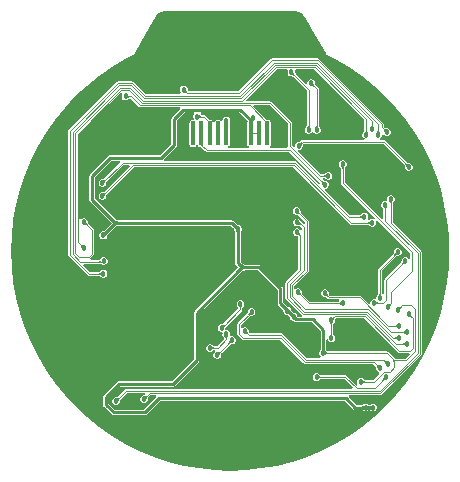
<source format=gbl>
G04*
G04 #@! TF.GenerationSoftware,Altium Limited,Altium Designer,22.0.2 (36)*
G04*
G04 Layer_Physical_Order=2*
G04 Layer_Color=6736896*
%FSLAX25Y25*%
%MOIN*%
G70*
G04*
G04 #@! TF.SameCoordinates,9873FD8C-C369-40C8-B75A-0789E1F0109A*
G04*
G04*
G04 #@! TF.FilePolarity,Positive*
G04*
G01*
G75*
%ADD11C,0.01000*%
%ADD70C,0.00400*%
%ADD72C,0.01800*%
G04:AMPARAMS|DCode=73|XSize=15.75mil|YSize=80mil|CornerRadius=3.94mil|HoleSize=0mil|Usage=FLASHONLY|Rotation=180.000|XOffset=0mil|YOffset=0mil|HoleType=Round|Shape=RoundedRectangle|*
%AMROUNDEDRECTD73*
21,1,0.01575,0.07213,0,0,180.0*
21,1,0.00787,0.08000,0,0,180.0*
1,1,0.00787,-0.00394,0.03606*
1,1,0.00787,0.00394,0.03606*
1,1,0.00787,0.00394,-0.03606*
1,1,0.00787,-0.00394,-0.03606*
%
%ADD73ROUNDEDRECTD73*%
G36*
X22055Y78953D02*
Y78946D01*
X22834Y78844D01*
X23561Y78543D01*
X24185Y78064D01*
X24373Y77819D01*
X24664Y77439D01*
D01*
X24915Y77018D01*
X28293Y71163D01*
X31791Y65101D01*
X31803Y65042D01*
X32002Y64744D01*
X32250Y64578D01*
X32232Y64542D01*
X35025Y63144D01*
X39512Y60482D01*
X43797Y57506D01*
X47859Y54233D01*
X51678Y50678D01*
X55233Y46859D01*
X58506Y42797D01*
X61482Y38512D01*
X64144Y34025D01*
X66479Y29360D01*
X68476Y24540D01*
X70123Y19590D01*
X71413Y14535D01*
X72340Y9401D01*
X72897Y4214D01*
X73084Y-1000D01*
X72897Y-6214D01*
X72340Y-11401D01*
X71413Y-16535D01*
X70123Y-21590D01*
X68476Y-26540D01*
X66479Y-31360D01*
X64144Y-36025D01*
X61482Y-40512D01*
X58506Y-44797D01*
X55233Y-48860D01*
X51678Y-52678D01*
X47859Y-56233D01*
X43797Y-59506D01*
X39512Y-62482D01*
X35025Y-65144D01*
X30360Y-67479D01*
X25540Y-69476D01*
X20590Y-71123D01*
X15535Y-72413D01*
X10401Y-73340D01*
X5214Y-73897D01*
X0Y-74084D01*
X-5214Y-73897D01*
X-10401Y-73340D01*
X-15535Y-72413D01*
X-20590Y-71123D01*
X-25540Y-69476D01*
X-30360Y-67479D01*
X-35025Y-65144D01*
X-39512Y-62482D01*
X-43797Y-59506D01*
X-47859Y-56233D01*
X-51678Y-52678D01*
X-55233Y-48860D01*
X-58506Y-44797D01*
X-61482Y-40512D01*
X-64144Y-36025D01*
X-66479Y-31360D01*
X-68476Y-26540D01*
X-70123Y-21590D01*
X-71413Y-16535D01*
X-72340Y-11401D01*
X-72897Y-6214D01*
X-73084Y-1000D01*
X-72897Y4214D01*
X-72340Y9401D01*
X-71413Y14535D01*
X-70123Y19590D01*
X-68476Y24540D01*
X-66479Y29360D01*
X-64144Y34025D01*
X-61482Y38512D01*
X-58506Y42797D01*
X-55233Y46859D01*
X-51678Y50678D01*
X-47859Y54233D01*
X-43797Y57506D01*
X-39512Y60482D01*
X-35025Y63144D01*
X-32302Y64507D01*
X-32320Y64544D01*
X-32072Y64709D01*
X-31873Y65007D01*
X-31835Y65198D01*
X-28417Y71158D01*
X-24807Y77453D01*
X-24801Y77449D01*
X-24797Y77457D01*
X-24318Y78081D01*
X-23695Y78560D01*
X-22968Y78861D01*
X-22661Y78901D01*
X-22187Y78963D01*
D01*
X-21697Y78970D01*
X22055Y78953D01*
D02*
G37*
%LPC*%
G36*
X29200Y63349D02*
X14000D01*
X13541Y63159D01*
X2731Y52349D01*
X-14031D01*
X-14095Y52413D01*
X-14110Y52449D01*
X-14126Y52497D01*
X-14140Y52555D01*
X-14151Y52617D01*
X-14166Y52795D01*
X-14167Y52896D01*
X-14200Y52973D01*
Y53159D01*
X-14398Y53636D01*
X-14764Y54002D01*
X-15241Y54200D01*
X-15759D01*
X-16236Y54002D01*
X-16602Y53636D01*
X-16800Y53159D01*
Y52641D01*
X-16602Y52164D01*
X-16388Y51949D01*
X-16595Y51449D01*
X-28137D01*
X-32247Y55559D01*
X-32706Y55749D01*
X-37394D01*
X-37853Y55559D01*
X-38453Y54959D01*
X-38453Y54959D01*
X-53759Y39653D01*
X-53949Y39194D01*
Y-2300D01*
X-53759Y-2759D01*
X-47559Y-8959D01*
X-47100Y-9149D01*
X-43638D01*
X-43602Y-9164D01*
X-43557Y-9187D01*
X-43506Y-9217D01*
X-43454Y-9254D01*
X-43318Y-9369D01*
X-43245Y-9440D01*
X-43168Y-9471D01*
X-43036Y-9602D01*
X-42559Y-9800D01*
X-42041D01*
X-41564Y-9602D01*
X-41198Y-9236D01*
X-41000Y-8759D01*
Y-8241D01*
X-41198Y-7764D01*
X-41564Y-7398D01*
X-42041Y-7200D01*
X-42559D01*
X-43036Y-7398D01*
X-43168Y-7529D01*
X-43245Y-7560D01*
X-43322Y-7635D01*
X-43388Y-7694D01*
X-43449Y-7743D01*
X-43506Y-7783D01*
X-43557Y-7813D01*
X-43602Y-7836D01*
X-43638Y-7851D01*
X-46831D01*
X-49070Y-5611D01*
X-48879Y-5149D01*
X-43404D01*
X-43338Y-5166D01*
X-43284Y-5184D01*
X-42895Y-5345D01*
X-42783Y-5399D01*
X-42783Y-5399D01*
X-42783Y-5399D01*
X-42691Y-5404D01*
X-42459Y-5500D01*
X-41941D01*
X-41464Y-5302D01*
X-41098Y-4936D01*
X-40900Y-4459D01*
Y-3941D01*
X-41098Y-3464D01*
X-41464Y-3098D01*
X-41941Y-2900D01*
X-42459D01*
X-42936Y-3098D01*
X-43302Y-3464D01*
X-43350Y-3580D01*
X-43402Y-3624D01*
X-43441Y-3700D01*
X-43472Y-3751D01*
X-43501Y-3790D01*
X-43526Y-3818D01*
X-43548Y-3837D01*
X-43565Y-3849D01*
X-43569Y-3851D01*
X-46478D01*
X-46632Y-3351D01*
X-45541Y-2259D01*
X-45351Y-1800D01*
Y6100D01*
X-45541Y6559D01*
X-47295Y8313D01*
X-47310Y8349D01*
X-47326Y8397D01*
X-47340Y8455D01*
X-47351Y8517D01*
X-47366Y8695D01*
X-47367Y8796D01*
X-47400Y8873D01*
Y9059D01*
X-47598Y9536D01*
X-47964Y9902D01*
X-48441Y10100D01*
X-48959D01*
X-49436Y9902D01*
X-49751Y9588D01*
X-49992Y9623D01*
X-50251Y9741D01*
Y37931D01*
X-36417Y51764D01*
X-36304Y51741D01*
X-36225Y51635D01*
X-36065Y51184D01*
X-36200Y50859D01*
Y50341D01*
X-36002Y49864D01*
X-35636Y49498D01*
X-35159Y49300D01*
X-34641D01*
X-34164Y49498D01*
X-34032Y49629D01*
X-33955Y49660D01*
X-33878Y49735D01*
X-33812Y49793D01*
X-33751Y49843D01*
X-33694Y49883D01*
X-33643Y49913D01*
X-33598Y49936D01*
X-33562Y49951D01*
X-33369D01*
X-30559Y47141D01*
X-30100Y46951D01*
X-16854D01*
X-16647Y46451D01*
X-19349Y43749D01*
X-19548Y43451D01*
X-19618Y43100D01*
Y34780D01*
X-23380Y31018D01*
X-40000D01*
X-40351Y30948D01*
X-40649Y30749D01*
X-46649Y24749D01*
X-46848Y24451D01*
X-46918Y24100D01*
Y16100D01*
X-46848Y15749D01*
X-46649Y15451D01*
X-39548Y8350D01*
X-42009Y5889D01*
X-42045Y5875D01*
X-42112Y5810D01*
X-42166Y5760D01*
X-42269Y5675D01*
X-42302Y5651D01*
X-42329Y5635D01*
X-42344Y5627D01*
X-42360Y5623D01*
X-42366Y5618D01*
X-42370Y5617D01*
X-42377Y5610D01*
X-42390Y5600D01*
X-42559D01*
X-43036Y5402D01*
X-43402Y5036D01*
X-43600Y4559D01*
Y4041D01*
X-43402Y3564D01*
X-43036Y3198D01*
X-42559Y3000D01*
X-42041D01*
X-41564Y3198D01*
X-41198Y3564D01*
X-41000Y4041D01*
Y4210D01*
X-40990Y4223D01*
X-40983Y4230D01*
X-40982Y4234D01*
X-40977Y4240D01*
X-40973Y4256D01*
X-40965Y4271D01*
X-40949Y4298D01*
X-40928Y4327D01*
X-40785Y4494D01*
X-40725Y4555D01*
X-40711Y4591D01*
X-37820Y7482D01*
X320D01*
X1011Y6791D01*
X1025Y6755D01*
X1091Y6688D01*
X1140Y6634D01*
X1225Y6531D01*
X1249Y6498D01*
X1266Y6471D01*
X1273Y6456D01*
X1277Y6440D01*
X1282Y6434D01*
X1283Y6430D01*
X1290Y6423D01*
X1300Y6410D01*
Y6241D01*
X1498Y5764D01*
X1617Y5644D01*
X1619Y5628D01*
X1619Y5619D01*
X1621Y5614D01*
X1622Y5607D01*
X1630Y5593D01*
X1636Y5577D01*
X1643Y5546D01*
X1649Y5511D01*
X1666Y5292D01*
X1667Y5206D01*
X1682Y5170D01*
Y-5000D01*
X1752Y-5351D01*
X1951Y-5649D01*
X2411Y-6109D01*
X2425Y-6145D01*
X2490Y-6212D01*
X2540Y-6266D01*
X2625Y-6369D01*
X2647Y-6400D01*
X2628Y-6427D01*
X2485Y-6594D01*
X2425Y-6655D01*
X2411Y-6691D01*
X-11849Y-20951D01*
X-12048Y-21249D01*
X-12118Y-21600D01*
Y-37020D01*
X-19380Y-44282D01*
X-37200D01*
X-37551Y-44352D01*
X-37849Y-44551D01*
X-42149Y-48851D01*
X-42348Y-49149D01*
X-42418Y-49500D01*
Y-52100D01*
X-42348Y-52451D01*
X-42149Y-52749D01*
X-39549Y-55349D01*
X-39251Y-55548D01*
X-38900Y-55618D01*
X-28500D01*
X-28149Y-55548D01*
X-27851Y-55349D01*
X-23420Y-50918D01*
X38220D01*
X41051Y-53749D01*
X41349Y-53948D01*
X41700Y-54018D01*
X43770D01*
X43806Y-54033D01*
X43899Y-54034D01*
X43973Y-54037D01*
X44106Y-54050D01*
X44146Y-54057D01*
X44177Y-54064D01*
X44193Y-54070D01*
X44207Y-54078D01*
X44214Y-54079D01*
X44219Y-54080D01*
X44228Y-54081D01*
X44245Y-54083D01*
X44364Y-54202D01*
X44841Y-54400D01*
X45359D01*
X45836Y-54202D01*
X45956Y-54083D01*
X45972Y-54081D01*
X45981Y-54080D01*
X45986Y-54079D01*
X45993Y-54078D01*
X46007Y-54070D01*
X46023Y-54064D01*
X46054Y-54057D01*
X46090Y-54051D01*
X46308Y-54034D01*
X46325Y-54034D01*
X46349Y-54034D01*
X46423Y-54037D01*
X46556Y-54050D01*
X46596Y-54057D01*
X46627Y-54064D01*
X46643Y-54070D01*
X46657Y-54078D01*
X46664Y-54079D01*
X46669Y-54080D01*
X46678Y-54081D01*
X46694Y-54083D01*
X46814Y-54202D01*
X47291Y-54400D01*
X47809D01*
X48286Y-54202D01*
X48652Y-53836D01*
X48850Y-53359D01*
Y-52841D01*
X48652Y-52364D01*
X48286Y-51998D01*
X47809Y-51800D01*
X47291D01*
X46814Y-51998D01*
X46694Y-52117D01*
X46678Y-52119D01*
X46669Y-52119D01*
X46664Y-52121D01*
X46657Y-52122D01*
X46643Y-52131D01*
X46627Y-52136D01*
X46596Y-52143D01*
X46560Y-52149D01*
X46342Y-52166D01*
X46325Y-52166D01*
X46301Y-52166D01*
X46227Y-52163D01*
X46094Y-52150D01*
X46054Y-52143D01*
X46023Y-52136D01*
X46007Y-52131D01*
X45993Y-52122D01*
X45986Y-52121D01*
X45981Y-52119D01*
X45972Y-52119D01*
X45956Y-52117D01*
X45836Y-51998D01*
X45359Y-51800D01*
X44841D01*
X44364Y-51998D01*
X44245Y-52117D01*
X44228Y-52119D01*
X44219Y-52119D01*
X44214Y-52121D01*
X44207Y-52122D01*
X44193Y-52131D01*
X44177Y-52136D01*
X44146Y-52143D01*
X44110Y-52149D01*
X43892Y-52166D01*
X43806Y-52167D01*
X43770Y-52182D01*
X42080D01*
X39447Y-49549D01*
X39654Y-49049D01*
X50000D01*
X50459Y-48859D01*
X63759Y-35559D01*
X63949Y-35100D01*
Y-1400D01*
X63759Y-941D01*
X54171Y8648D01*
Y15083D01*
X54185Y15119D01*
X54208Y15164D01*
X54239Y15215D01*
X54275Y15267D01*
X54390Y15404D01*
X54461Y15476D01*
X54492Y15554D01*
X54623Y15685D01*
X54821Y16163D01*
Y16680D01*
X54623Y17158D01*
X54258Y17523D01*
X53780Y17721D01*
X53263D01*
X52785Y17523D01*
X52419Y17158D01*
X52221Y16680D01*
Y16232D01*
X52124Y16073D01*
X51830Y15800D01*
X51441D01*
X50964Y15602D01*
X50598Y15236D01*
X50400Y14759D01*
Y14241D01*
X50598Y13764D01*
X50729Y13632D01*
X50760Y13555D01*
X50835Y13478D01*
X50893Y13412D01*
X50943Y13351D01*
X50982Y13294D01*
X51013Y13243D01*
X51036Y13198D01*
X51051Y13162D01*
Y9821D01*
X50589Y9630D01*
X38165Y22053D01*
Y26646D01*
X38180Y26682D01*
X38202Y26727D01*
X38233Y26778D01*
X38270Y26830D01*
X38385Y26967D01*
X38455Y27039D01*
X38486Y27117D01*
X38618Y27248D01*
X38816Y27726D01*
Y28243D01*
X38618Y28721D01*
X38252Y29086D01*
X37774Y29284D01*
X37257D01*
X36779Y29086D01*
X36414Y28721D01*
X36216Y28243D01*
Y27726D01*
X36414Y27248D01*
X36545Y27117D01*
X36576Y27039D01*
X36651Y26963D01*
X36709Y26897D01*
X36758Y26835D01*
X36798Y26778D01*
X36829Y26727D01*
X36852Y26682D01*
X36866Y26646D01*
Y21784D01*
X37056Y21325D01*
X48263Y10119D01*
X47980Y9695D01*
X47611Y9847D01*
X47094D01*
X46616Y9649D01*
X46485Y9518D01*
X46407Y9487D01*
X46376Y9456D01*
X46172Y9450D01*
X46072Y9536D01*
X46039Y9576D01*
X45901Y9853D01*
X45883Y9959D01*
X46000Y10241D01*
Y10759D01*
X45802Y11236D01*
X45436Y11602D01*
X44959Y11800D01*
X44441D01*
X43964Y11602D01*
X43832Y11471D01*
X43755Y11440D01*
X43678Y11365D01*
X43612Y11306D01*
X43551Y11257D01*
X43494Y11218D01*
X43443Y11187D01*
X43398Y11164D01*
X43362Y11149D01*
X39800D01*
X31550Y19400D01*
X31757Y19900D01*
X31859D01*
X32336Y20098D01*
X32702Y20464D01*
X32900Y20941D01*
Y21459D01*
X32702Y21936D01*
X32336Y22302D01*
X31859Y22500D01*
X31673D01*
X31596Y22533D01*
X31489Y22534D01*
X31401Y22539D01*
X31323Y22548D01*
X31255Y22560D01*
X31197Y22574D01*
X31149Y22590D01*
X31113Y22605D01*
X30730Y22989D01*
X30921Y23451D01*
X31362D01*
X31398Y23436D01*
X31443Y23413D01*
X31494Y23382D01*
X31546Y23346D01*
X31682Y23231D01*
X31755Y23160D01*
X31832Y23129D01*
X31964Y22998D01*
X32441Y22800D01*
X32959D01*
X33436Y22998D01*
X33802Y23364D01*
X34000Y23841D01*
Y24359D01*
X33802Y24836D01*
X33436Y25202D01*
X32959Y25400D01*
X32441D01*
X31964Y25202D01*
X31832Y25071D01*
X31755Y25040D01*
X31678Y24965D01*
X31612Y24906D01*
X31551Y24857D01*
X31494Y24817D01*
X31443Y24787D01*
X31398Y24764D01*
X31362Y24749D01*
X30100D01*
X22385Y32465D01*
X22615Y32856D01*
X22657Y32900D01*
X23159D01*
X23636Y33098D01*
X24002Y33464D01*
X24200Y33941D01*
Y34127D01*
X24233Y34204D01*
X24234Y34311D01*
X24239Y34399D01*
X24248Y34477D01*
X24260Y34545D01*
X24274Y34603D01*
X24290Y34651D01*
X24306Y34687D01*
X24469Y34851D01*
X50845D01*
X58095Y27601D01*
X58110Y27565D01*
X58126Y27518D01*
X58140Y27459D01*
X58151Y27397D01*
X58166Y27219D01*
X58167Y27118D01*
X58200Y27041D01*
Y26856D01*
X58398Y26378D01*
X58764Y26012D01*
X59241Y25814D01*
X59759D01*
X60236Y26012D01*
X60602Y26378D01*
X60800Y26856D01*
Y27373D01*
X60602Y27851D01*
X60236Y28216D01*
X59759Y28414D01*
X59573D01*
X59496Y28447D01*
X59389Y28448D01*
X59301Y28453D01*
X59223Y28462D01*
X59155Y28474D01*
X59097Y28488D01*
X59049Y28504D01*
X59013Y28520D01*
X51573Y35959D01*
X51114Y36149D01*
X50021D01*
X49922Y36649D01*
X50063Y36708D01*
X50429Y37074D01*
X50627Y37552D01*
Y37795D01*
X50985Y37923D01*
X51127Y37935D01*
X51464Y37598D01*
X51941Y37400D01*
X52459D01*
X52936Y37598D01*
X53302Y37964D01*
X53500Y38441D01*
Y38959D01*
X53302Y39436D01*
X52936Y39802D01*
X52459Y40000D01*
X52273D01*
X52196Y40033D01*
X52089Y40034D01*
X52001Y40039D01*
X51923Y40048D01*
X51855Y40060D01*
X51797Y40074D01*
X51749Y40090D01*
X51713Y40106D01*
X51249Y40569D01*
Y41300D01*
X51059Y41759D01*
X29659Y63159D01*
X29200Y63349D01*
D02*
G37*
%LPD*%
G36*
X21301Y58474D02*
X21319Y58262D01*
X21336Y58166D01*
X21358Y58077D01*
X21385Y57995D01*
X21417Y57921D01*
X21454Y57853D01*
X21496Y57793D01*
X21544Y57739D01*
X21261Y57456D01*
X21207Y57504D01*
X21147Y57546D01*
X21079Y57583D01*
X21005Y57615D01*
X20923Y57642D01*
X20834Y57664D01*
X20739Y57681D01*
X20636Y57692D01*
X20526Y57699D01*
X20409Y57700D01*
X21300Y58591D01*
X21301Y58474D01*
D02*
G37*
G36*
X27901Y54874D02*
X27919Y54662D01*
X27936Y54566D01*
X27958Y54477D01*
X27985Y54395D01*
X28017Y54321D01*
X28054Y54253D01*
X28096Y54193D01*
X28144Y54139D01*
X27861Y53856D01*
X27807Y53904D01*
X27747Y53946D01*
X27679Y53983D01*
X27605Y54015D01*
X27523Y54042D01*
X27434Y54064D01*
X27338Y54081D01*
X27236Y54092D01*
X27126Y54099D01*
X27009Y54100D01*
X27900Y54991D01*
X27901Y54874D01*
D02*
G37*
G36*
X-14599Y52774D02*
X-14581Y52561D01*
X-14564Y52466D01*
X-14542Y52377D01*
X-14515Y52295D01*
X-14483Y52221D01*
X-14446Y52153D01*
X-14404Y52093D01*
X-14356Y52039D01*
X-14639Y51756D01*
X-14693Y51804D01*
X-14753Y51846D01*
X-14821Y51883D01*
X-14895Y51915D01*
X-14977Y51942D01*
X-15066Y51964D01*
X-15161Y51981D01*
X-15264Y51992D01*
X-15374Y51999D01*
X-15491Y52000D01*
X-14600Y52891D01*
X-14599Y52774D01*
D02*
G37*
G36*
X-34174Y51148D02*
X-34010Y51011D01*
X-33931Y50955D01*
X-33853Y50907D01*
X-33776Y50869D01*
X-33701Y50839D01*
X-33626Y50817D01*
X-33554Y50804D01*
X-33483Y50800D01*
Y50400D01*
X-33554Y50396D01*
X-33626Y50383D01*
X-33701Y50361D01*
X-33776Y50331D01*
X-33853Y50292D01*
X-33931Y50245D01*
X-34010Y50189D01*
X-34091Y50125D01*
X-34174Y50052D01*
X-34257Y49970D01*
Y51230D01*
X-34174Y51148D01*
D02*
G37*
G36*
X-10274Y44448D02*
X-10110Y44311D01*
X-10031Y44255D01*
X-9953Y44208D01*
X-9876Y44169D01*
X-9801Y44139D01*
X-9727Y44117D01*
X-9654Y44104D01*
X-9583Y44100D01*
Y43700D01*
X-9654Y43696D01*
X-9727Y43683D01*
X-9801Y43661D01*
X-9876Y43631D01*
X-9953Y43593D01*
X-10031Y43545D01*
X-10110Y43489D01*
X-10191Y43425D01*
X-10274Y43352D01*
X-10357Y43270D01*
Y44530D01*
X-10274Y44448D01*
D02*
G37*
G36*
X7390Y42473D02*
X7400Y42303D01*
X7405Y42275D01*
X7411Y42253D01*
X7417Y42237D01*
X7424Y42226D01*
X7432Y42222D01*
X6347D01*
X6355Y42226D01*
X6363Y42237D01*
X6369Y42253D01*
X6374Y42275D01*
X6379Y42303D01*
X6383Y42337D01*
X6388Y42422D01*
X6390Y42530D01*
X7390D01*
X7390Y42473D01*
D02*
G37*
G36*
X-7011Y42313D02*
X-6982Y42292D01*
X-6951Y42275D01*
X-6918Y42261D01*
X-6882Y42250D01*
X-6844Y42241D01*
X-6804Y42236D01*
X-6762Y42234D01*
X-6716Y42235D01*
X-6669Y42239D01*
X-7559Y42137D01*
X-7542Y42150D01*
X-7529Y42163D01*
X-7519Y42177D01*
X-7513Y42191D01*
X-7510Y42205D01*
X-7511Y42220D01*
X-7516Y42235D01*
X-7524Y42251D01*
X-7535Y42268D01*
X-7551Y42284D01*
X-7037Y42336D01*
X-7011Y42313D01*
D02*
G37*
G36*
X12079Y42307D02*
X12112Y42281D01*
X12146Y42261D01*
X12182Y42244D01*
X12218Y42232D01*
X12255Y42225D01*
X12294Y42222D01*
X12333Y42223D01*
X12373Y42229D01*
X12414Y42239D01*
X11648Y42011D01*
X11660Y42030D01*
X11668Y42049D01*
X11673Y42067D01*
X11675Y42085D01*
X11675Y42103D01*
X11671Y42121D01*
X11664Y42139D01*
X11655Y42156D01*
X11642Y42173D01*
X11627Y42191D01*
X12047Y42336D01*
X12079Y42307D01*
D02*
G37*
G36*
X47563Y41004D02*
X47576Y40932D01*
X47597Y40858D01*
X47627Y40782D01*
X47666Y40705D01*
X47713Y40627D01*
X47769Y40548D01*
X47833Y40467D01*
X47907Y40385D01*
X47988Y40301D01*
X46728D01*
X46810Y40385D01*
X46948Y40548D01*
X47003Y40627D01*
X47051Y40705D01*
X47089Y40782D01*
X47120Y40858D01*
X47141Y40932D01*
X47154Y41004D01*
X47158Y41076D01*
X47558D01*
X47563Y41004D01*
D02*
G37*
G36*
X29004Y40846D02*
X29017Y40773D01*
X29039Y40699D01*
X29069Y40624D01*
X29107Y40547D01*
X29155Y40469D01*
X29211Y40389D01*
X29275Y40309D01*
X29348Y40226D01*
X29430Y40143D01*
X28170D01*
X28252Y40226D01*
X28389Y40389D01*
X28445Y40469D01*
X28493Y40547D01*
X28531Y40624D01*
X28561Y40699D01*
X28583Y40773D01*
X28596Y40846D01*
X28600Y40918D01*
X29000D01*
X29004Y40846D01*
D02*
G37*
G36*
X26304D02*
X26317Y40773D01*
X26339Y40699D01*
X26369Y40624D01*
X26408Y40547D01*
X26455Y40469D01*
X26511Y40389D01*
X26575Y40309D01*
X26648Y40226D01*
X26730Y40143D01*
X25470D01*
X25552Y40226D01*
X25689Y40389D01*
X25745Y40469D01*
X25793Y40547D01*
X25831Y40624D01*
X25861Y40699D01*
X25883Y40773D01*
X25896Y40846D01*
X25900Y40918D01*
X26300D01*
X26304Y40846D01*
D02*
G37*
G36*
X51393Y39796D02*
X51453Y39754D01*
X51521Y39717D01*
X51595Y39685D01*
X51677Y39658D01*
X51766Y39636D01*
X51862Y39619D01*
X51964Y39608D01*
X52074Y39601D01*
X52191Y39600D01*
X51300Y38709D01*
X51299Y38826D01*
X51281Y39039D01*
X51264Y39134D01*
X51242Y39223D01*
X51215Y39305D01*
X51183Y39379D01*
X51146Y39447D01*
X51104Y39507D01*
X51056Y39561D01*
X51339Y39844D01*
X51393Y39796D01*
D02*
G37*
G36*
X7662Y38618D02*
X7666Y38584D01*
X7672Y38554D01*
X7682Y38528D01*
X7694Y38506D01*
X7708Y38488D01*
X7714Y38483D01*
X7849Y38470D01*
X8166Y38458D01*
X8348Y38456D01*
Y38056D01*
X8166Y38054D01*
X7709Y38025D01*
X7708Y38024D01*
X7694Y38006D01*
X7682Y37984D01*
X7672Y37958D01*
X7666Y37928D01*
X7662Y37894D01*
X7661Y37856D01*
Y38022D01*
X7596Y38017D01*
X7494Y38001D01*
X7407Y37981D01*
X7337Y37958D01*
X7282Y37931D01*
X7243Y37902D01*
Y38610D01*
X7282Y38581D01*
X7337Y38554D01*
X7407Y38531D01*
X7494Y38511D01*
X7596Y38494D01*
X7661Y38488D01*
Y38656D01*
X7662Y38618D01*
D02*
G37*
G36*
X49531Y39156D02*
X49544Y39084D01*
X49566Y39010D01*
X49596Y38934D01*
X49634Y38857D01*
X49682Y38779D01*
X49738Y38700D01*
X49802Y38619D01*
X49875Y38537D01*
X49957Y38453D01*
X48697D01*
X48779Y38537D01*
X48916Y38700D01*
X48972Y38779D01*
X49019Y38857D01*
X49058Y38934D01*
X49088Y39010D01*
X49110Y39084D01*
X49123Y39156D01*
X49127Y39228D01*
X49527D01*
X49531Y39156D01*
D02*
G37*
G36*
X45594D02*
X45607Y39084D01*
X45628Y39010D01*
X45659Y38934D01*
X45697Y38857D01*
X45745Y38779D01*
X45801Y38700D01*
X45865Y38619D01*
X45938Y38537D01*
X46020Y38453D01*
X44760D01*
X44842Y38537D01*
X44979Y38700D01*
X45035Y38779D01*
X45082Y38857D01*
X45121Y38934D01*
X45151Y39010D01*
X45173Y39084D01*
X45186Y39156D01*
X45190Y39228D01*
X45590D01*
X45594Y39156D01*
D02*
G37*
G36*
X44740Y42841D02*
Y39149D01*
X44726Y39112D01*
X44703Y39067D01*
X44672Y39016D01*
X44636Y38964D01*
X44521Y38828D01*
X44450Y38756D01*
X44419Y38678D01*
X44288Y38547D01*
X44090Y38069D01*
Y37552D01*
X44288Y37074D01*
X44653Y36708D01*
X44795Y36649D01*
X44696Y36149D01*
X24200D01*
X23741Y35959D01*
X23387Y35605D01*
X23351Y35590D01*
X23303Y35574D01*
X23245Y35560D01*
X23183Y35549D01*
X23005Y35534D01*
X22904Y35533D01*
X22827Y35500D01*
X22641D01*
X22164Y35302D01*
X21798Y34936D01*
X21600Y34459D01*
Y33957D01*
X21556Y33915D01*
X21165Y33685D01*
X20449Y34400D01*
Y41900D01*
X20259Y42359D01*
X13759Y48859D01*
X13300Y49049D01*
X5538D01*
X5331Y49549D01*
X15432Y59651D01*
X18959D01*
X19221Y59150D01*
X19100Y58859D01*
Y58341D01*
X19298Y57864D01*
X19664Y57498D01*
X20141Y57300D01*
X20327D01*
X20404Y57267D01*
X20511Y57266D01*
X20599Y57261D01*
X20677Y57252D01*
X20745Y57240D01*
X20803Y57226D01*
X20851Y57210D01*
X20887Y57195D01*
X25451Y52631D01*
Y40838D01*
X25436Y40802D01*
X25413Y40757D01*
X25383Y40706D01*
X25346Y40654D01*
X25231Y40518D01*
X25160Y40445D01*
X25129Y40368D01*
X24998Y40236D01*
X24800Y39759D01*
Y39241D01*
X24998Y38764D01*
X25364Y38398D01*
X25841Y38200D01*
X26359D01*
X26836Y38398D01*
X27170Y38732D01*
X27450Y38748D01*
X27730Y38732D01*
X28064Y38398D01*
X28541Y38200D01*
X29059D01*
X29536Y38398D01*
X29902Y38764D01*
X30100Y39241D01*
Y39759D01*
X29902Y40236D01*
X29771Y40368D01*
X29740Y40445D01*
X29665Y40522D01*
X29607Y40588D01*
X29557Y40649D01*
X29517Y40706D01*
X29487Y40757D01*
X29464Y40802D01*
X29449Y40838D01*
Y53200D01*
X29259Y53659D01*
X28405Y54513D01*
X28390Y54549D01*
X28374Y54597D01*
X28360Y54655D01*
X28349Y54717D01*
X28334Y54895D01*
X28333Y54996D01*
X28300Y55073D01*
Y55259D01*
X28102Y55736D01*
X27736Y56102D01*
X27259Y56300D01*
X26741D01*
X26264Y56102D01*
X25898Y55736D01*
X25700Y55259D01*
Y54926D01*
X25216Y54702D01*
X21805Y58113D01*
X21790Y58149D01*
X21774Y58197D01*
X21760Y58255D01*
X21749Y58317D01*
X21734Y58495D01*
X21733Y58596D01*
X21700Y58673D01*
Y58859D01*
X21579Y59150D01*
X21841Y59651D01*
X27931D01*
X44740Y42841D01*
D02*
G37*
G36*
X8875Y37856D02*
X8873Y37894D01*
X8869Y37928D01*
X8863Y37958D01*
X8854Y37984D01*
X8842Y38006D01*
X8827Y38024D01*
X8810Y38038D01*
X8790Y38048D01*
X8768Y38054D01*
X8743Y38056D01*
Y38456D01*
X8768Y38458D01*
X8790Y38464D01*
X8810Y38474D01*
X8827Y38488D01*
X8842Y38506D01*
X8854Y38528D01*
X8863Y38554D01*
X8869Y38584D01*
X8873Y38618D01*
X8875Y38656D01*
Y37856D01*
D02*
G37*
G36*
X24044Y35061D02*
X23996Y35007D01*
X23954Y34947D01*
X23917Y34879D01*
X23885Y34805D01*
X23858Y34723D01*
X23836Y34634D01*
X23819Y34538D01*
X23808Y34436D01*
X23801Y34326D01*
X23800Y34209D01*
X22909Y35100D01*
X23026Y35101D01*
X23239Y35119D01*
X23334Y35136D01*
X23423Y35158D01*
X23505Y35185D01*
X23579Y35217D01*
X23647Y35254D01*
X23707Y35296D01*
X23761Y35344D01*
X24044Y35061D01*
D02*
G37*
G36*
X-9103Y34289D02*
X-9101Y34286D01*
X-9097Y34282D01*
X-9052Y34235D01*
X-9022Y34205D01*
X-9558Y34176D01*
X-9580Y34195D01*
X-9606Y34212D01*
X-9635Y34227D01*
X-9667Y34240D01*
X-9702Y34251D01*
X-9740Y34260D01*
X-9782Y34266D01*
X-9826Y34270D01*
X-9926Y34272D01*
X-9103Y34290D01*
X-9103Y34289D01*
D02*
G37*
G36*
X19151Y41631D02*
Y34131D01*
X19226Y33950D01*
X18910Y33449D01*
X13259D01*
X13189Y33656D01*
X13176Y33949D01*
X13367Y34077D01*
X13543Y34340D01*
X13604Y34650D01*
Y35911D01*
X13700Y36141D01*
Y36659D01*
X13604Y36889D01*
Y41862D01*
X13543Y42172D01*
X13367Y42434D01*
X13105Y42610D01*
X12795Y42671D01*
X12347D01*
X7730Y47289D01*
X7921Y47751D01*
X13031D01*
X19151Y41631D01*
D02*
G37*
G36*
X5861Y42341D02*
X5748Y42172D01*
X5687Y41862D01*
Y34650D01*
X5748Y34340D01*
X5924Y34077D01*
X6115Y33949D01*
X6103Y33656D01*
X6032Y33449D01*
X-520D01*
X-591Y33656D01*
X-604Y33949D01*
X-412Y34077D01*
X-237Y34340D01*
X-175Y34650D01*
Y41819D01*
X0Y42241D01*
Y42759D01*
X-198Y43236D01*
X-564Y43602D01*
X-1041Y43800D01*
X-1559D01*
X-2036Y43602D01*
X-2402Y43236D01*
X-2600Y42759D01*
Y42484D01*
X-3100Y42333D01*
X-3168Y42434D01*
X-3430Y42610D01*
X-3740Y42671D01*
X-4528D01*
X-4837Y42610D01*
X-5100Y42434D01*
X-5247Y42214D01*
X-5512Y42189D01*
X-5777Y42214D01*
X-5924Y42434D01*
X-6186Y42610D01*
X-6496Y42671D01*
X-6736D01*
X-8424Y44359D01*
X-8883Y44549D01*
X-9597D01*
X-9834Y44782D01*
X-9638Y45282D01*
X2920D01*
X5861Y42341D01*
D02*
G37*
G36*
X58693Y28210D02*
X58753Y28168D01*
X58821Y28131D01*
X58895Y28099D01*
X58977Y28072D01*
X59066Y28050D01*
X59162Y28034D01*
X59264Y28022D01*
X59374Y28016D01*
X59491Y28014D01*
X58600Y27123D01*
X58599Y27240D01*
X58581Y27453D01*
X58564Y27549D01*
X58542Y27637D01*
X58515Y27719D01*
X58483Y27793D01*
X58446Y27861D01*
X58404Y27922D01*
X58356Y27975D01*
X58639Y28258D01*
X58693Y28210D01*
D02*
G37*
G36*
X38064Y27258D02*
X37926Y27095D01*
X37870Y27015D01*
X37823Y26937D01*
X37785Y26860D01*
X37754Y26785D01*
X37733Y26711D01*
X37720Y26638D01*
X37716Y26567D01*
X37316D01*
X37312Y26638D01*
X37299Y26711D01*
X37277Y26785D01*
X37247Y26860D01*
X37208Y26937D01*
X37161Y27015D01*
X37105Y27095D01*
X37041Y27176D01*
X36968Y27258D01*
X36886Y27341D01*
X38146D01*
X38064Y27258D01*
D02*
G37*
G36*
X32057Y23470D02*
X31974Y23552D01*
X31811Y23689D01*
X31731Y23745D01*
X31653Y23792D01*
X31576Y23831D01*
X31501Y23861D01*
X31427Y23883D01*
X31354Y23896D01*
X31282Y23900D01*
Y24300D01*
X31354Y24304D01*
X31427Y24317D01*
X31501Y24339D01*
X31576Y24369D01*
X31653Y24408D01*
X31731Y24455D01*
X31811Y24511D01*
X31891Y24575D01*
X31974Y24648D01*
X32057Y24730D01*
Y23470D01*
D02*
G37*
G36*
X-41456Y22661D02*
X-41504Y22607D01*
X-41546Y22547D01*
X-41583Y22479D01*
X-41615Y22405D01*
X-41642Y22323D01*
X-41664Y22234D01*
X-41681Y22139D01*
X-41692Y22036D01*
X-41699Y21926D01*
X-41700Y21809D01*
X-42591Y22700D01*
X-42474Y22701D01*
X-42261Y22719D01*
X-42166Y22736D01*
X-42077Y22758D01*
X-41995Y22785D01*
X-41921Y22817D01*
X-41853Y22854D01*
X-41793Y22896D01*
X-41739Y22944D01*
X-41456Y22661D01*
D02*
G37*
G36*
X-11956Y44782D02*
X-12102Y44636D01*
X-12300Y44159D01*
Y43641D01*
X-12102Y43164D01*
X-12317Y42671D01*
X-12795D01*
X-13105Y42610D01*
X-13367Y42434D01*
X-13543Y42172D01*
X-13604Y41862D01*
Y41589D01*
X-13700Y41359D01*
Y40841D01*
X-13604Y40611D01*
Y34650D01*
X-13543Y34340D01*
X-13367Y34077D01*
X-13105Y33902D01*
X-12795Y33840D01*
X-12008D01*
X-11698Y33902D01*
X-11436Y34077D01*
X-11288Y34298D01*
X-11024Y34323D01*
X-10759Y34298D01*
X-10612Y34077D01*
X-10349Y33902D01*
X-10039Y33840D01*
X-9937D01*
X-9935Y33840D01*
X-9856Y33838D01*
X-8359Y32341D01*
X-7900Y32151D01*
X19731D01*
X30057Y21824D01*
X30057Y21600D01*
X29644Y21426D01*
X29514Y21436D01*
X21991Y28959D01*
X21531Y29149D01*
X-21946D01*
X-22153Y29649D01*
X-18051Y33751D01*
X-17852Y34049D01*
X-17782Y34400D01*
Y42720D01*
X-15220Y45282D01*
X-12163D01*
X-11956Y44782D01*
D02*
G37*
G36*
X30793Y22296D02*
X30853Y22254D01*
X30921Y22217D01*
X30995Y22185D01*
X31077Y22158D01*
X31166Y22136D01*
X31262Y22119D01*
X31364Y22108D01*
X31474Y22101D01*
X31591Y22100D01*
X30700Y21209D01*
X30699Y21326D01*
X30681Y21539D01*
X30664Y21634D01*
X30642Y21723D01*
X30615Y21805D01*
X30583Y21879D01*
X30546Y21947D01*
X30504Y22007D01*
X30456Y22061D01*
X30739Y22344D01*
X30793Y22296D01*
D02*
G37*
G36*
X-41456Y18261D02*
X-41504Y18207D01*
X-41546Y18147D01*
X-41583Y18079D01*
X-41615Y18005D01*
X-41642Y17923D01*
X-41664Y17834D01*
X-41681Y17739D01*
X-41692Y17636D01*
X-41699Y17526D01*
X-41700Y17409D01*
X-42591Y18300D01*
X-42474Y18301D01*
X-42261Y18319D01*
X-42166Y18336D01*
X-42077Y18358D01*
X-41995Y18385D01*
X-41921Y18417D01*
X-41853Y18454D01*
X-41793Y18496D01*
X-41739Y18544D01*
X-41456Y18261D01*
D02*
G37*
G36*
X54070Y15695D02*
X53932Y15532D01*
X53876Y15452D01*
X53829Y15374D01*
X53790Y15297D01*
X53760Y15222D01*
X53738Y15148D01*
X53726Y15075D01*
X53721Y15004D01*
X53321D01*
X53317Y15075D01*
X53304Y15148D01*
X53283Y15222D01*
X53253Y15297D01*
X53214Y15374D01*
X53167Y15452D01*
X53111Y15532D01*
X53046Y15613D01*
X52973Y15695D01*
X52891Y15778D01*
X54151D01*
X54070Y15695D01*
D02*
G37*
G36*
X52248Y13774D02*
X52111Y13611D01*
X52055Y13531D01*
X52008Y13453D01*
X51969Y13376D01*
X51939Y13301D01*
X51917Y13227D01*
X51904Y13154D01*
X51900Y13082D01*
X51500D01*
X51496Y13154D01*
X51483Y13227D01*
X51461Y13301D01*
X51431Y13376D01*
X51393Y13453D01*
X51345Y13531D01*
X51289Y13611D01*
X51225Y13691D01*
X51152Y13774D01*
X51070Y13857D01*
X52330D01*
X52248Y13774D01*
D02*
G37*
G36*
X23001Y12274D02*
X23019Y12061D01*
X23036Y11966D01*
X23058Y11877D01*
X23085Y11795D01*
X23117Y11721D01*
X23154Y11653D01*
X23196Y11593D01*
X23244Y11539D01*
X22961Y11256D01*
X22907Y11304D01*
X22847Y11346D01*
X22779Y11383D01*
X22705Y11415D01*
X22623Y11442D01*
X22534Y11464D01*
X22439Y11481D01*
X22336Y11492D01*
X22226Y11499D01*
X22109Y11500D01*
X23000Y12391D01*
X23001Y12274D01*
D02*
G37*
G36*
X44057Y9870D02*
X43974Y9952D01*
X43810Y10089D01*
X43731Y10145D01*
X43653Y10193D01*
X43576Y10231D01*
X43501Y10261D01*
X43426Y10283D01*
X43354Y10296D01*
X43282Y10300D01*
Y10700D01*
X43354Y10704D01*
X43426Y10717D01*
X43501Y10739D01*
X43576Y10769D01*
X43653Y10808D01*
X43731Y10855D01*
X43810Y10911D01*
X43891Y10975D01*
X43974Y11048D01*
X44057Y11130D01*
Y9870D01*
D02*
G37*
G36*
X-38656Y9473D02*
X-38505Y9352D01*
X-38349Y9246D01*
X-38188Y9155D01*
X-38020Y9077D01*
X-37846Y9013D01*
X-37666Y8964D01*
X-37481Y8928D01*
X-37290Y8907D01*
X-37093Y8900D01*
X-38300Y8400D01*
X-38800Y9607D01*
X-38656Y9473D01*
D02*
G37*
G36*
X46710Y7917D02*
X46626Y7999D01*
X46463Y8136D01*
X46384Y8192D01*
X46306Y8240D01*
X46229Y8278D01*
X46153Y8309D01*
X46079Y8330D01*
X46007Y8343D01*
X45935Y8347D01*
Y8747D01*
X46007Y8752D01*
X46079Y8764D01*
X46153Y8786D01*
X46229Y8816D01*
X46306Y8855D01*
X46384Y8902D01*
X46463Y8958D01*
X46544Y9023D01*
X46626Y9096D01*
X46710Y9177D01*
Y7917D01*
D02*
G37*
G36*
X23169Y8872D02*
X23465Y8346D01*
X23506Y8289D01*
X23582Y8201D01*
X23457Y7760D01*
X23397Y7813D01*
X23335Y7855D01*
X23270Y7886D01*
X23202Y7907D01*
X23131Y7917D01*
X23057Y7917D01*
X22980Y7906D01*
X22901Y7885D01*
X22818Y7853D01*
X22732Y7811D01*
X23111Y8990D01*
X23169Y8872D01*
D02*
G37*
G36*
X-47799Y8674D02*
X-47781Y8461D01*
X-47764Y8366D01*
X-47742Y8277D01*
X-47715Y8195D01*
X-47683Y8121D01*
X-47646Y8053D01*
X-47604Y7993D01*
X-47556Y7939D01*
X-47839Y7656D01*
X-47893Y7704D01*
X-47953Y7746D01*
X-48021Y7783D01*
X-48095Y7815D01*
X-48177Y7842D01*
X-48266Y7864D01*
X-48362Y7881D01*
X-48464Y7892D01*
X-48574Y7899D01*
X-48691Y7900D01*
X-47800Y8791D01*
X-47799Y8674D01*
D02*
G37*
G36*
X2114Y7695D02*
X2306Y7530D01*
X2363Y7490D01*
X2416Y7457D01*
X2465Y7432D01*
X2511Y7414D01*
X2553Y7403D01*
X2591Y7400D01*
X1700Y6509D01*
X1697Y6547D01*
X1686Y6589D01*
X1668Y6635D01*
X1643Y6684D01*
X1610Y6737D01*
X1570Y6794D01*
X1467Y6918D01*
X1405Y6986D01*
X1335Y7057D01*
X2043Y7764D01*
X2114Y7695D01*
D02*
G37*
G36*
X3205Y5828D02*
X3183Y5791D01*
X3164Y5746D01*
X3147Y5693D01*
X3133Y5632D01*
X3121Y5564D01*
X3105Y5403D01*
X3101Y5311D01*
X3100Y5212D01*
X2100D01*
X2099Y5311D01*
X2079Y5564D01*
X2067Y5632D01*
X2053Y5693D01*
X2036Y5746D01*
X2017Y5791D01*
X1995Y5828D01*
X1970Y5857D01*
X3230D01*
X3205Y5828D01*
D02*
G37*
G36*
X-41036Y4857D02*
X-41105Y4786D01*
X-41270Y4594D01*
X-41310Y4537D01*
X-41343Y4484D01*
X-41368Y4435D01*
X-41386Y4389D01*
X-41397Y4347D01*
X-41400Y4309D01*
X-42291Y5200D01*
X-42253Y5203D01*
X-42211Y5214D01*
X-42165Y5232D01*
X-42116Y5257D01*
X-42063Y5290D01*
X-42006Y5330D01*
X-41882Y5433D01*
X-41814Y5495D01*
X-41743Y5565D01*
X-41036Y4857D01*
D02*
G37*
G36*
X23201Y5174D02*
X23219Y4961D01*
X23236Y4866D01*
X23258Y4777D01*
X23285Y4695D01*
X23317Y4621D01*
X23354Y4553D01*
X23396Y4493D01*
X23444Y4439D01*
X23161Y4156D01*
X23107Y4204D01*
X23047Y4246D01*
X22979Y4283D01*
X22905Y4315D01*
X22823Y4342D01*
X22734Y4364D01*
X22639Y4381D01*
X22536Y4392D01*
X22426Y4399D01*
X22309Y4400D01*
X23200Y5291D01*
X23201Y5174D01*
D02*
G37*
G36*
X-49507Y1096D02*
X-49447Y1054D01*
X-49379Y1017D01*
X-49305Y985D01*
X-49223Y958D01*
X-49134Y936D01*
X-49038Y919D01*
X-48936Y908D01*
X-48826Y901D01*
X-48709Y900D01*
X-49600Y9D01*
X-49601Y126D01*
X-49619Y338D01*
X-49636Y434D01*
X-49658Y523D01*
X-49685Y605D01*
X-49717Y679D01*
X-49754Y747D01*
X-49796Y807D01*
X-49844Y861D01*
X-49561Y1144D01*
X-49507Y1096D01*
D02*
G37*
G36*
X55791Y-2200D02*
X55674Y-2201D01*
X55462Y-2219D01*
X55366Y-2236D01*
X55277Y-2258D01*
X55195Y-2285D01*
X55121Y-2317D01*
X55053Y-2354D01*
X54993Y-2396D01*
X54939Y-2444D01*
X54656Y-2161D01*
X54704Y-2107D01*
X54746Y-2047D01*
X54783Y-1979D01*
X54815Y-1905D01*
X54842Y-1823D01*
X54864Y-1734D01*
X54881Y-1639D01*
X54892Y-1536D01*
X54899Y-1426D01*
X54900Y-1309D01*
X55791Y-2200D01*
D02*
G37*
G36*
X-36636Y28682D02*
X-42113Y23205D01*
X-42149Y23190D01*
X-42197Y23174D01*
X-42255Y23160D01*
X-42317Y23149D01*
X-42495Y23134D01*
X-42596Y23133D01*
X-42673Y23100D01*
X-42859D01*
X-43336Y22902D01*
X-43702Y22536D01*
X-43900Y22059D01*
Y21541D01*
X-43702Y21064D01*
X-43336Y20698D01*
X-42859Y20500D01*
X-42341D01*
X-41864Y20698D01*
X-41498Y21064D01*
X-41300Y21541D01*
Y21727D01*
X-41267Y21804D01*
X-41266Y21911D01*
X-41261Y21999D01*
X-41252Y22077D01*
X-41240Y22145D01*
X-41226Y22203D01*
X-41210Y22251D01*
X-41194Y22287D01*
X-35631Y27851D01*
X-33721D01*
X-33530Y27389D01*
X-42113Y18805D01*
X-42149Y18790D01*
X-42197Y18774D01*
X-42255Y18760D01*
X-42317Y18749D01*
X-42495Y18734D01*
X-42596Y18733D01*
X-42673Y18700D01*
X-42859D01*
X-43336Y18502D01*
X-43702Y18136D01*
X-43900Y17659D01*
Y17141D01*
X-43702Y16664D01*
X-43336Y16298D01*
X-42859Y16100D01*
X-42341D01*
X-41864Y16298D01*
X-41498Y16664D01*
X-41300Y17141D01*
Y17327D01*
X-41267Y17404D01*
X-41266Y17511D01*
X-41261Y17599D01*
X-41252Y17677D01*
X-41240Y17745D01*
X-41226Y17803D01*
X-41210Y17851D01*
X-41194Y17887D01*
X-32031Y27051D01*
X20931D01*
X39893Y8088D01*
X40353Y7898D01*
X46014D01*
X46051Y7883D01*
X46096Y7861D01*
X46147Y7830D01*
X46199Y7793D01*
X46335Y7678D01*
X46407Y7608D01*
X46485Y7576D01*
X46616Y7445D01*
X47094Y7247D01*
X47611D01*
X48089Y7445D01*
X48455Y7811D01*
X48653Y8289D01*
Y8806D01*
X48500Y9174D01*
X48924Y9458D01*
X60051Y-1669D01*
Y-3481D01*
X59551Y-3581D01*
X59502Y-3464D01*
X59136Y-3098D01*
X58659Y-2900D01*
X58141D01*
X57664Y-3098D01*
X57298Y-3464D01*
X57100Y-3941D01*
Y-4127D01*
X57067Y-4204D01*
X57066Y-4311D01*
X57061Y-4399D01*
X57052Y-4477D01*
X57040Y-4545D01*
X57026Y-4603D01*
X57010Y-4651D01*
X56994Y-4687D01*
X51441Y-10241D01*
X51251Y-10700D01*
Y-14939D01*
X50769Y-15258D01*
X50751Y-15256D01*
X50571Y-15033D01*
Y-7448D01*
X55313Y-2706D01*
X55349Y-2690D01*
X55397Y-2674D01*
X55455Y-2660D01*
X55517Y-2649D01*
X55695Y-2634D01*
X55796Y-2633D01*
X55873Y-2600D01*
X56059D01*
X56536Y-2402D01*
X56902Y-2036D01*
X57100Y-1559D01*
Y-1041D01*
X56902Y-564D01*
X56536Y-198D01*
X56059Y0D01*
X55541D01*
X55064Y-198D01*
X54698Y-564D01*
X54500Y-1041D01*
Y-1227D01*
X54467Y-1304D01*
X54466Y-1411D01*
X54461Y-1499D01*
X54452Y-1577D01*
X54440Y-1645D01*
X54426Y-1703D01*
X54410Y-1751D01*
X54395Y-1787D01*
X49462Y-6719D01*
X49272Y-7179D01*
Y-15183D01*
X49257Y-15219D01*
X49235Y-15264D01*
X49204Y-15315D01*
X49167Y-15367D01*
X49052Y-15504D01*
X48982Y-15576D01*
X48950Y-15654D01*
X48819Y-15785D01*
X48621Y-16263D01*
Y-16550D01*
X48192Y-16892D01*
X48159Y-16900D01*
X48159Y-16900D01*
X47641D01*
X47164Y-17098D01*
X46798Y-17464D01*
X46600Y-17941D01*
Y-18274D01*
X46116Y-18498D01*
X43559Y-15941D01*
X43100Y-15751D01*
X33269D01*
X33005Y-15487D01*
X32990Y-15451D01*
X32974Y-15403D01*
X32960Y-15345D01*
X32949Y-15283D01*
X32934Y-15105D01*
X32933Y-15004D01*
X32900Y-14927D01*
Y-14741D01*
X32702Y-14264D01*
X32336Y-13898D01*
X31859Y-13700D01*
X31341D01*
X30864Y-13898D01*
X30498Y-14264D01*
X30300Y-14741D01*
Y-15259D01*
X30498Y-15736D01*
X30864Y-16102D01*
X31341Y-16300D01*
X31527D01*
X31604Y-16333D01*
X31711Y-16334D01*
X31799Y-16339D01*
X31877Y-16348D01*
X31945Y-16360D01*
X32003Y-16374D01*
X32051Y-16390D01*
X32087Y-16406D01*
X32541Y-16859D01*
X33000Y-17049D01*
X36136D01*
X36363Y-17549D01*
X36187Y-17751D01*
X26569D01*
X23905Y-15087D01*
X23890Y-15051D01*
X23874Y-15003D01*
X23860Y-14945D01*
X23849Y-14883D01*
X23834Y-14705D01*
X23833Y-14604D01*
X23800Y-14527D01*
Y-14341D01*
X23602Y-13864D01*
X23236Y-13498D01*
X22759Y-13300D01*
X22241D01*
X21764Y-13498D01*
X21749Y-13512D01*
X21249Y-13305D01*
Y-12632D01*
X25959Y-7922D01*
X26149Y-7463D01*
Y9000D01*
X25959Y9459D01*
X23505Y11913D01*
X23490Y11949D01*
X23474Y11997D01*
X23460Y12055D01*
X23449Y12117D01*
X23434Y12295D01*
X23433Y12396D01*
X23400Y12473D01*
Y12659D01*
X23202Y13136D01*
X22836Y13502D01*
X22359Y13700D01*
X21841D01*
X21364Y13502D01*
X20998Y13136D01*
X20800Y12659D01*
Y12141D01*
X20998Y11664D01*
X21364Y11298D01*
X21841Y11100D01*
X22027D01*
X22104Y11067D01*
X22211Y11066D01*
X22299Y11061D01*
X22377Y11052D01*
X22445Y11040D01*
X22503Y11026D01*
X22551Y11010D01*
X22587Y10994D01*
X24851Y8731D01*
Y8221D01*
X24389Y8030D01*
X23820Y8598D01*
X23552Y9073D01*
X23500Y9180D01*
X23497Y9183D01*
X23496Y9188D01*
X23446Y9230D01*
X23402Y9336D01*
X23036Y9702D01*
X22559Y9900D01*
X22041D01*
X21564Y9702D01*
X21198Y9336D01*
X21000Y8859D01*
Y8341D01*
X21198Y7864D01*
X21564Y7498D01*
X22041Y7300D01*
X22559D01*
X22841Y7417D01*
X22924Y7423D01*
X22992Y7456D01*
X23035Y7473D01*
X23067Y7481D01*
X23088Y7484D01*
X23097Y7484D01*
X23851Y6731D01*
Y6241D01*
X23592Y6123D01*
X23351Y6088D01*
X23036Y6402D01*
X22559Y6600D01*
X22041D01*
X21564Y6402D01*
X21198Y6036D01*
X21000Y5559D01*
Y5041D01*
X21198Y4564D01*
X21564Y4198D01*
X22041Y4000D01*
X22227D01*
X22304Y3967D01*
X22411Y3966D01*
X22499Y3961D01*
X22577Y3952D01*
X22645Y3940D01*
X22703Y3926D01*
X22751Y3910D01*
Y-7031D01*
X18541Y-11241D01*
X18351Y-11700D01*
Y-16500D01*
X18541Y-16959D01*
X23864Y-22282D01*
X23785Y-22646D01*
X23711Y-22782D01*
X22400D01*
Y-22541D01*
X22202Y-22064D01*
X21836Y-21698D01*
X21359Y-21500D01*
X21190D01*
X21177Y-21490D01*
X21170Y-21483D01*
X21166Y-21482D01*
X21160Y-21477D01*
X21144Y-21473D01*
X21129Y-21465D01*
X21102Y-21449D01*
X21073Y-21428D01*
X20906Y-21285D01*
X20845Y-21225D01*
X20809Y-21211D01*
X20604Y-21006D01*
X20590Y-20971D01*
X20466Y-20841D01*
X20378Y-20738D01*
X20351Y-20702D01*
X20332Y-20673D01*
X20321Y-20654D01*
X20320Y-20651D01*
X20314Y-20636D01*
X20310Y-20631D01*
X20309Y-20629D01*
X20304Y-20624D01*
X20300Y-20619D01*
Y-20541D01*
X20102Y-20064D01*
X19736Y-19698D01*
X19259Y-19500D01*
X19181D01*
X19176Y-19496D01*
X19171Y-19491D01*
X19169Y-19490D01*
X19164Y-19486D01*
X19149Y-19480D01*
X19146Y-19479D01*
X19128Y-19469D01*
X19098Y-19449D01*
X19062Y-19422D01*
X18959Y-19334D01*
X18829Y-19210D01*
X18794Y-19196D01*
X17618Y-18020D01*
Y-13400D01*
X17548Y-13049D01*
X17349Y-12751D01*
X10349Y-5751D01*
X10051Y-5552D01*
X9700Y-5482D01*
X5330D01*
X5294Y-5467D01*
X5201Y-5466D01*
X5127Y-5463D01*
X4994Y-5450D01*
X4954Y-5443D01*
X4923Y-5436D01*
X4907Y-5430D01*
X4893Y-5422D01*
X4886Y-5421D01*
X4881Y-5420D01*
X4872Y-5419D01*
X4856Y-5417D01*
X4736Y-5298D01*
X4259Y-5100D01*
X4090D01*
X4077Y-5090D01*
X4070Y-5083D01*
X4066Y-5082D01*
X4060Y-5077D01*
X4044Y-5073D01*
X4029Y-5065D01*
X4002Y-5049D01*
X3973Y-5028D01*
X3806Y-4885D01*
X3745Y-4825D01*
X3709Y-4811D01*
X3518Y-4620D01*
Y5170D01*
X3533Y5206D01*
X3534Y5299D01*
X3537Y5373D01*
X3550Y5506D01*
X3557Y5546D01*
X3564Y5577D01*
X3570Y5593D01*
X3578Y5607D01*
X3579Y5614D01*
X3581Y5619D01*
X3581Y5628D01*
X3583Y5644D01*
X3702Y5764D01*
X3900Y6241D01*
Y6759D01*
X3702Y7236D01*
X3336Y7602D01*
X2859Y7800D01*
X2690D01*
X2677Y7810D01*
X2670Y7817D01*
X2666Y7818D01*
X2660Y7823D01*
X2644Y7827D01*
X2629Y7835D01*
X2602Y7851D01*
X2573Y7872D01*
X2406Y8015D01*
X2345Y8075D01*
X2309Y8089D01*
X1349Y9049D01*
X1051Y9248D01*
X700Y9318D01*
X-37044D01*
X-37077Y9333D01*
X-37258Y9339D01*
X-37417Y9357D01*
X-37568Y9386D01*
X-37714Y9426D01*
X-37854Y9477D01*
X-37989Y9540D01*
X-38121Y9614D01*
X-38248Y9701D01*
X-38372Y9801D01*
X-38505Y9924D01*
X-38539Y9937D01*
X-45082Y16480D01*
Y23720D01*
X-39620Y29182D01*
X-36843D01*
X-36636Y28682D01*
D02*
G37*
G36*
X-42596Y-5008D02*
X-42718Y-4950D01*
X-43134Y-4777D01*
X-43219Y-4749D01*
X-43368Y-4712D01*
X-43432Y-4703D01*
X-43488Y-4700D01*
X-43634Y-4300D01*
X-43557Y-4295D01*
X-43483Y-4281D01*
X-43413Y-4257D01*
X-43346Y-4223D01*
X-43282Y-4180D01*
X-43222Y-4127D01*
X-43165Y-4065D01*
X-43112Y-3993D01*
X-43062Y-3911D01*
X-43016Y-3820D01*
X-42596Y-5008D01*
D02*
G37*
G36*
X58391Y-5100D02*
X58274Y-5101D01*
X58061Y-5119D01*
X57966Y-5136D01*
X57877Y-5158D01*
X57795Y-5185D01*
X57721Y-5217D01*
X57653Y-5254D01*
X57593Y-5296D01*
X57539Y-5344D01*
X57256Y-5061D01*
X57304Y-5007D01*
X57346Y-4947D01*
X57383Y-4879D01*
X57415Y-4805D01*
X57442Y-4723D01*
X57464Y-4634D01*
X57481Y-4539D01*
X57492Y-4436D01*
X57499Y-4326D01*
X57500Y-4209D01*
X58391Y-5100D01*
D02*
G37*
G36*
X3514Y-5205D02*
X3706Y-5370D01*
X3763Y-5410D01*
X3816Y-5443D01*
X3865Y-5468D01*
X3911Y-5486D01*
X3953Y-5497D01*
X3991Y-5500D01*
X3100Y-6391D01*
X3097Y-6353D01*
X3086Y-6311D01*
X3068Y-6265D01*
X3043Y-6216D01*
X3010Y-6163D01*
X2970Y-6106D01*
X2867Y-5982D01*
X2805Y-5914D01*
X2736Y-5843D01*
X3443Y-5136D01*
X3514Y-5205D01*
D02*
G37*
G36*
X4672Y-5795D02*
X4709Y-5817D01*
X4754Y-5836D01*
X4807Y-5853D01*
X4868Y-5867D01*
X4936Y-5879D01*
X5097Y-5895D01*
X5189Y-5899D01*
X5288Y-5900D01*
Y-6900D01*
X5189Y-6901D01*
X4936Y-6921D01*
X4868Y-6933D01*
X4807Y-6947D01*
X4754Y-6964D01*
X4709Y-6983D01*
X4672Y-7005D01*
X4643Y-7030D01*
Y-5770D01*
X4672Y-5795D01*
D02*
G37*
G36*
X3991Y-7300D02*
X3953Y-7303D01*
X3911Y-7314D01*
X3865Y-7332D01*
X3816Y-7357D01*
X3763Y-7390D01*
X3706Y-7430D01*
X3582Y-7533D01*
X3514Y-7595D01*
X3443Y-7665D01*
X2736Y-6957D01*
X2805Y-6886D01*
X2970Y-6694D01*
X3010Y-6637D01*
X3043Y-6584D01*
X3068Y-6535D01*
X3086Y-6489D01*
X3097Y-6447D01*
X3100Y-6409D01*
X3991Y-7300D01*
D02*
G37*
G36*
X-42943Y-9130D02*
X-43026Y-9048D01*
X-43189Y-8911D01*
X-43269Y-8855D01*
X-43347Y-8807D01*
X-43424Y-8769D01*
X-43499Y-8739D01*
X-43573Y-8717D01*
X-43646Y-8704D01*
X-43718Y-8700D01*
Y-8300D01*
X-43646Y-8296D01*
X-43573Y-8283D01*
X-43499Y-8261D01*
X-43424Y-8231D01*
X-43347Y-8192D01*
X-43269Y-8145D01*
X-43189Y-8089D01*
X-43109Y-8025D01*
X-43026Y-7952D01*
X-42943Y-7870D01*
Y-9130D01*
D02*
G37*
G36*
X23401Y-14726D02*
X23419Y-14939D01*
X23436Y-15034D01*
X23458Y-15123D01*
X23485Y-15205D01*
X23517Y-15279D01*
X23554Y-15347D01*
X23596Y-15407D01*
X23644Y-15461D01*
X23361Y-15744D01*
X23307Y-15696D01*
X23247Y-15654D01*
X23179Y-15617D01*
X23105Y-15585D01*
X23023Y-15558D01*
X22934Y-15536D01*
X22839Y-15519D01*
X22736Y-15508D01*
X22626Y-15501D01*
X22509Y-15500D01*
X23400Y-14609D01*
X23401Y-14726D01*
D02*
G37*
G36*
X50126Y-15175D02*
X50138Y-15248D01*
X50160Y-15322D01*
X50190Y-15397D01*
X50229Y-15474D01*
X50276Y-15552D01*
X50332Y-15632D01*
X50397Y-15713D01*
X50470Y-15795D01*
X50551Y-15879D01*
X49291D01*
X49373Y-15795D01*
X49511Y-15632D01*
X49567Y-15552D01*
X49614Y-15474D01*
X49652Y-15397D01*
X49683Y-15322D01*
X49704Y-15248D01*
X49717Y-15175D01*
X49721Y-15104D01*
X50121D01*
X50126Y-15175D01*
D02*
G37*
G36*
X32501Y-15126D02*
X32519Y-15339D01*
X32536Y-15434D01*
X32558Y-15523D01*
X32585Y-15605D01*
X32617Y-15679D01*
X32654Y-15747D01*
X32696Y-15807D01*
X32744Y-15861D01*
X32461Y-16144D01*
X32407Y-16096D01*
X32347Y-16054D01*
X32279Y-16017D01*
X32205Y-15985D01*
X32123Y-15958D01*
X32034Y-15936D01*
X31938Y-15919D01*
X31836Y-15908D01*
X31726Y-15901D01*
X31609Y-15900D01*
X32500Y-15009D01*
X32501Y-15126D01*
D02*
G37*
G36*
X48626Y-17652D02*
X48790Y-17789D01*
X48869Y-17845D01*
X48947Y-17892D01*
X49024Y-17931D01*
X49099Y-17961D01*
X49174Y-17983D01*
X49246Y-17996D01*
X49317Y-18000D01*
Y-18400D01*
X49246Y-18404D01*
X49174Y-18417D01*
X49099Y-18439D01*
X49024Y-18469D01*
X48947Y-18507D01*
X48869Y-18555D01*
X48790Y-18611D01*
X48709Y-18675D01*
X48626Y-18748D01*
X48543Y-18830D01*
Y-17570D01*
X48626Y-17652D01*
D02*
G37*
G36*
X36957Y-19030D02*
X36874Y-18948D01*
X36711Y-18811D01*
X36631Y-18755D01*
X36553Y-18708D01*
X36476Y-18669D01*
X36401Y-18639D01*
X36327Y-18617D01*
X36254Y-18604D01*
X36182Y-18600D01*
Y-18200D01*
X36254Y-18196D01*
X36327Y-18183D01*
X36401Y-18161D01*
X36476Y-18131D01*
X36553Y-18092D01*
X36631Y-18045D01*
X36711Y-17989D01*
X36791Y-17925D01*
X36874Y-17852D01*
X36957Y-17770D01*
Y-19030D01*
D02*
G37*
G36*
X53644Y-18639D02*
X53596Y-18693D01*
X53554Y-18753D01*
X53517Y-18821D01*
X53485Y-18895D01*
X53458Y-18977D01*
X53436Y-19066D01*
X53419Y-19161D01*
X53408Y-19264D01*
X53401Y-19374D01*
X53400Y-19491D01*
X52509Y-18600D01*
X52626Y-18599D01*
X52838Y-18581D01*
X52934Y-18564D01*
X53023Y-18542D01*
X53105Y-18515D01*
X53179Y-18483D01*
X53247Y-18446D01*
X53307Y-18404D01*
X53361Y-18356D01*
X53644Y-18639D01*
D02*
G37*
G36*
X56944Y-19706D02*
X56896Y-19760D01*
X56854Y-19820D01*
X56817Y-19888D01*
X56785Y-19962D01*
X56758Y-20044D01*
X56736Y-20133D01*
X56719Y-20229D01*
X56708Y-20331D01*
X56701Y-20441D01*
X56700Y-20558D01*
X55809Y-19667D01*
X55926Y-19666D01*
X56138Y-19648D01*
X56234Y-19631D01*
X56323Y-19609D01*
X56405Y-19582D01*
X56479Y-19550D01*
X56547Y-19513D01*
X56607Y-19471D01*
X56661Y-19423D01*
X56944Y-19706D01*
D02*
G37*
G36*
X18669Y-19656D02*
X18792Y-19760D01*
X18847Y-19802D01*
X18898Y-19836D01*
X18945Y-19863D01*
X18988Y-19883D01*
X19027Y-19896D01*
X19062Y-19902D01*
X19070Y-20730D01*
X19898Y-20738D01*
X19904Y-20773D01*
X19917Y-20812D01*
X19937Y-20855D01*
X19964Y-20902D01*
X19998Y-20953D01*
X20040Y-21008D01*
X20144Y-21131D01*
X20278Y-21270D01*
X19638Y-22045D01*
X19566Y-21975D01*
X19434Y-21860D01*
X19373Y-21814D01*
X19316Y-21775D01*
X19261Y-21744D01*
X19211Y-21721D01*
X19164Y-21705D01*
X19120Y-21697D01*
X19080Y-21697D01*
X19071Y-20812D01*
X19070Y-20730D01*
X18103Y-20720D01*
X18103Y-20680D01*
X18095Y-20636D01*
X18079Y-20589D01*
X18056Y-20539D01*
X18025Y-20484D01*
X17986Y-20427D01*
X17940Y-20366D01*
X17824Y-20234D01*
X17755Y-20162D01*
X18530Y-19523D01*
X18669Y-19656D01*
D02*
G37*
G36*
X7091Y-22100D02*
X6974Y-22101D01*
X6762Y-22119D01*
X6666Y-22136D01*
X6577Y-22158D01*
X6495Y-22185D01*
X6421Y-22217D01*
X6353Y-22254D01*
X6293Y-22296D01*
X6239Y-22344D01*
X5956Y-22061D01*
X6004Y-22007D01*
X6046Y-21947D01*
X6083Y-21879D01*
X6115Y-21805D01*
X6142Y-21723D01*
X6164Y-21634D01*
X6181Y-21539D01*
X6192Y-21436D01*
X6199Y-21326D01*
X6200Y-21209D01*
X7091Y-22100D01*
D02*
G37*
G36*
X20614Y-21605D02*
X20806Y-21770D01*
X20863Y-21810D01*
X20916Y-21843D01*
X20965Y-21868D01*
X21011Y-21886D01*
X21053Y-21897D01*
X21091Y-21900D01*
X20200Y-22791D01*
X20197Y-22753D01*
X20186Y-22711D01*
X20168Y-22665D01*
X20143Y-22616D01*
X20110Y-22563D01*
X20070Y-22506D01*
X19967Y-22382D01*
X19905Y-22314D01*
X19836Y-22243D01*
X20543Y-21535D01*
X20614Y-21605D01*
D02*
G37*
G36*
X60401Y-22126D02*
X60419Y-22339D01*
X60436Y-22434D01*
X60458Y-22523D01*
X60485Y-22605D01*
X60517Y-22679D01*
X60554Y-22747D01*
X60596Y-22807D01*
X60644Y-22861D01*
X60361Y-23144D01*
X60307Y-23096D01*
X60247Y-23054D01*
X60179Y-23017D01*
X60105Y-22985D01*
X60023Y-22958D01*
X59934Y-22936D01*
X59838Y-22919D01*
X59736Y-22908D01*
X59626Y-22901D01*
X59509Y-22900D01*
X60400Y-22009D01*
X60401Y-22126D01*
D02*
G37*
G36*
X34844Y-23139D02*
X34796Y-23193D01*
X34754Y-23253D01*
X34717Y-23321D01*
X34685Y-23395D01*
X34658Y-23477D01*
X34636Y-23566D01*
X34619Y-23661D01*
X34608Y-23764D01*
X34601Y-23874D01*
X34600Y-23991D01*
X33709Y-23100D01*
X33826Y-23099D01*
X34038Y-23081D01*
X34134Y-23064D01*
X34223Y-23042D01*
X34305Y-23015D01*
X34379Y-22983D01*
X34447Y-22946D01*
X34507Y-22904D01*
X34561Y-22856D01*
X34844Y-23139D01*
D02*
G37*
G36*
X34248Y-24726D02*
X34111Y-24890D01*
X34055Y-24969D01*
X34007Y-25047D01*
X33969Y-25124D01*
X33939Y-25199D01*
X33917Y-25273D01*
X33904Y-25346D01*
X33900Y-25418D01*
X33500D01*
X33496Y-25346D01*
X33483Y-25273D01*
X33461Y-25199D01*
X33431Y-25124D01*
X33393Y-25047D01*
X33345Y-24969D01*
X33289Y-24890D01*
X33225Y-24809D01*
X33152Y-24726D01*
X33070Y-24643D01*
X34330D01*
X34248Y-24726D01*
D02*
G37*
G36*
X55757Y-26630D02*
X55674Y-26548D01*
X55510Y-26411D01*
X55431Y-26355D01*
X55353Y-26307D01*
X55276Y-26269D01*
X55201Y-26239D01*
X55127Y-26217D01*
X55054Y-26204D01*
X54983Y-26200D01*
Y-25800D01*
X55054Y-25796D01*
X55127Y-25783D01*
X55201Y-25761D01*
X55276Y-25731D01*
X55353Y-25692D01*
X55431Y-25645D01*
X55510Y-25589D01*
X55591Y-25525D01*
X55674Y-25452D01*
X55757Y-25370D01*
Y-26630D01*
D02*
G37*
G36*
X58373Y-28646D02*
X58289Y-28564D01*
X58126Y-28426D01*
X58047Y-28370D01*
X57969Y-28323D01*
X57892Y-28285D01*
X57816Y-28255D01*
X57742Y-28233D01*
X57670Y-28220D01*
X57598Y-28216D01*
Y-27816D01*
X57670Y-27812D01*
X57742Y-27799D01*
X57816Y-27777D01*
X57892Y-27747D01*
X57969Y-27708D01*
X58047Y-27661D01*
X58126Y-27605D01*
X58207Y-27541D01*
X58289Y-27468D01*
X58373Y-27386D01*
Y-28646D01*
D02*
G37*
G36*
X5801Y-27726D02*
X5819Y-27939D01*
X5836Y-28034D01*
X5858Y-28123D01*
X5885Y-28205D01*
X5917Y-28279D01*
X5954Y-28347D01*
X5996Y-28407D01*
X6044Y-28461D01*
X5761Y-28744D01*
X5707Y-28696D01*
X5647Y-28654D01*
X5579Y-28617D01*
X5505Y-28585D01*
X5423Y-28558D01*
X5334Y-28536D01*
X5239Y-28519D01*
X5136Y-28508D01*
X5026Y-28501D01*
X4909Y-28500D01*
X5800Y-27609D01*
X5801Y-27726D01*
D02*
G37*
G36*
X33904Y-28654D02*
X33917Y-28727D01*
X33939Y-28801D01*
X33969Y-28876D01*
X34007Y-28953D01*
X34055Y-29031D01*
X34111Y-29111D01*
X34175Y-29191D01*
X34248Y-29274D01*
X34330Y-29357D01*
X33070D01*
X33152Y-29274D01*
X33289Y-29111D01*
X33345Y-29031D01*
X33393Y-28953D01*
X33431Y-28876D01*
X33461Y-28801D01*
X33483Y-28727D01*
X33496Y-28654D01*
X33500Y-28583D01*
X33900D01*
X33904Y-28654D01*
D02*
G37*
G36*
X55757Y-30567D02*
X55674Y-30485D01*
X55510Y-30348D01*
X55431Y-30292D01*
X55353Y-30244D01*
X55276Y-30206D01*
X55201Y-30176D01*
X55127Y-30154D01*
X55054Y-30141D01*
X54983Y-30137D01*
Y-29737D01*
X55054Y-29733D01*
X55127Y-29720D01*
X55201Y-29698D01*
X55276Y-29668D01*
X55353Y-29629D01*
X55431Y-29582D01*
X55510Y-29526D01*
X55591Y-29462D01*
X55674Y-29389D01*
X55757Y-29307D01*
Y-30567D01*
D02*
G37*
G36*
X55741Y-34559D02*
X56200Y-34749D01*
X59625D01*
X59832Y-35249D01*
X58331Y-36751D01*
X54944D01*
X54914Y-36742D01*
X54878Y-36729D01*
X54843Y-36713D01*
X54816Y-36697D01*
X52620Y-34501D01*
X52161Y-34311D01*
X32378D01*
X32341Y-34297D01*
X32296Y-34274D01*
X32245Y-34243D01*
X32193Y-34207D01*
X32057Y-34092D01*
X32005Y-34040D01*
X32004Y-34038D01*
X31996Y-34007D01*
X31990Y-33971D01*
X31973Y-33753D01*
X31972Y-33667D01*
X31957Y-33631D01*
Y-30496D01*
X32457Y-30396D01*
X32598Y-30736D01*
X32964Y-31102D01*
X33441Y-31300D01*
X33959D01*
X34436Y-31102D01*
X34802Y-30736D01*
X35000Y-30259D01*
Y-29741D01*
X34802Y-29264D01*
X34671Y-29132D01*
X34640Y-29055D01*
X34565Y-28978D01*
X34506Y-28912D01*
X34457Y-28851D01*
X34418Y-28794D01*
X34387Y-28743D01*
X34364Y-28698D01*
X34349Y-28662D01*
Y-25338D01*
X34364Y-25302D01*
X34387Y-25257D01*
X34418Y-25206D01*
X34454Y-25154D01*
X34569Y-25018D01*
X34640Y-24945D01*
X34671Y-24868D01*
X34802Y-24736D01*
X35000Y-24259D01*
Y-24073D01*
X35033Y-23996D01*
X35034Y-23889D01*
X35039Y-23801D01*
X35048Y-23723D01*
X35060Y-23655D01*
X35074Y-23597D01*
X35090Y-23549D01*
X35105Y-23513D01*
X35269Y-23349D01*
X44531D01*
X55741Y-34559D01*
D02*
G37*
G36*
X58373Y-32583D02*
X58289Y-32501D01*
X58126Y-32364D01*
X58047Y-32308D01*
X57969Y-32260D01*
X57892Y-32222D01*
X57816Y-32192D01*
X57742Y-32170D01*
X57670Y-32157D01*
X57598Y-32153D01*
Y-31753D01*
X57670Y-31749D01*
X57742Y-31736D01*
X57816Y-31714D01*
X57892Y-31684D01*
X57969Y-31645D01*
X58047Y-31598D01*
X58126Y-31542D01*
X58207Y-31478D01*
X58289Y-31405D01*
X58373Y-31323D01*
Y-32583D01*
D02*
G37*
G36*
X31541Y-33772D02*
X31560Y-34024D01*
X31572Y-34093D01*
X31586Y-34153D01*
X31603Y-34206D01*
X31623Y-34251D01*
X31645Y-34288D01*
X31669Y-34318D01*
X30409D01*
X30434Y-34288D01*
X30456Y-34251D01*
X30476Y-34206D01*
X30493Y-34153D01*
X30507Y-34093D01*
X30519Y-34024D01*
X30534Y-33864D01*
X30538Y-33772D01*
X30539Y-33672D01*
X31539D01*
X31541Y-33772D01*
D02*
G37*
G36*
X31766Y-34412D02*
X31929Y-34550D01*
X32008Y-34606D01*
X32087Y-34653D01*
X32163Y-34692D01*
X32239Y-34722D01*
X32313Y-34743D01*
X32386Y-34756D01*
X32450Y-34760D01*
X32498Y-34761D01*
Y-35161D01*
X32450Y-35161D01*
X32386Y-35165D01*
X32313Y-35178D01*
X32239Y-35199D01*
X32163Y-35229D01*
X32087Y-35268D01*
X32008Y-35315D01*
X31929Y-35371D01*
X31848Y-35436D01*
X31766Y-35509D01*
X31682Y-35591D01*
Y-35210D01*
X31643Y-35216D01*
X31557Y-35236D01*
X31486Y-35259D01*
X31431Y-35285D01*
X31393Y-35314D01*
Y-34607D01*
X31431Y-34636D01*
X31486Y-34662D01*
X31557Y-34685D01*
X31643Y-34705D01*
X31682Y-34712D01*
Y-34331D01*
X31766Y-34412D01*
D02*
G37*
G36*
X15782Y-13780D02*
Y-18400D01*
X15852Y-18751D01*
X16051Y-19049D01*
X17413Y-20411D01*
X17422Y-20438D01*
X17438Y-20447D01*
X17445Y-20464D01*
X17506Y-20527D01*
X17604Y-20640D01*
X17634Y-20679D01*
X17657Y-20713D01*
X17671Y-20737D01*
X17675Y-20746D01*
X17677Y-20759D01*
X17682Y-20765D01*
X17684Y-20773D01*
X17694Y-20785D01*
X17700Y-20793D01*
X17700Y-20794D01*
Y-21059D01*
X17898Y-21536D01*
X18264Y-21902D01*
X18741Y-22100D01*
X19006D01*
X19007Y-22100D01*
X19015Y-22106D01*
X19027Y-22116D01*
X19035Y-22118D01*
X19041Y-22123D01*
X19053Y-22125D01*
X19063Y-22129D01*
X19087Y-22143D01*
X19121Y-22166D01*
X19160Y-22196D01*
X19273Y-22294D01*
X19336Y-22355D01*
X19353Y-22362D01*
X19362Y-22378D01*
X19389Y-22387D01*
X19511Y-22509D01*
X19525Y-22545D01*
X19590Y-22612D01*
X19640Y-22666D01*
X19725Y-22769D01*
X19749Y-22802D01*
X19766Y-22829D01*
X19773Y-22844D01*
X19777Y-22860D01*
X19782Y-22866D01*
X19783Y-22870D01*
X19790Y-22877D01*
X19800Y-22890D01*
Y-23059D01*
X19998Y-23536D01*
X20364Y-23902D01*
X20841Y-24100D01*
X21102D01*
X21351Y-24349D01*
X21649Y-24548D01*
X22000Y-24618D01*
X27220D01*
X30122Y-27520D01*
Y-33631D01*
X30106Y-33667D01*
X30105Y-33760D01*
X30102Y-33834D01*
X30089Y-33967D01*
X30082Y-34006D01*
X30075Y-34038D01*
X30070Y-34054D01*
X30062Y-34067D01*
X30061Y-34075D01*
X30059Y-34079D01*
X30059Y-34089D01*
X30056Y-34105D01*
X29937Y-34224D01*
X29739Y-34702D01*
Y-35219D01*
X29937Y-35697D01*
X30191Y-35951D01*
X30032Y-36451D01*
X25369D01*
X17459Y-28541D01*
X17000Y-28351D01*
X6569D01*
X6306Y-28087D01*
X6290Y-28051D01*
X6274Y-28003D01*
X6260Y-27945D01*
X6249Y-27883D01*
X6234Y-27705D01*
X6233Y-27604D01*
X6200Y-27527D01*
Y-27341D01*
X6002Y-26864D01*
X5636Y-26498D01*
X5159Y-26300D01*
X4641D01*
X4164Y-26498D01*
X4049Y-26612D01*
X3549Y-26405D01*
Y-25669D01*
X6613Y-22605D01*
X6649Y-22590D01*
X6697Y-22574D01*
X6755Y-22560D01*
X6817Y-22549D01*
X6995Y-22534D01*
X7096Y-22533D01*
X7173Y-22500D01*
X7359D01*
X7836Y-22302D01*
X8202Y-21936D01*
X8400Y-21459D01*
Y-20941D01*
X8202Y-20464D01*
X7836Y-20098D01*
X7359Y-19900D01*
X6841D01*
X6364Y-20098D01*
X5998Y-20464D01*
X5800Y-20941D01*
Y-21127D01*
X5767Y-21204D01*
X5766Y-21311D01*
X5761Y-21399D01*
X5752Y-21477D01*
X5740Y-21545D01*
X5726Y-21603D01*
X5710Y-21651D01*
X5694Y-21687D01*
X2441Y-24941D01*
X2251Y-25400D01*
Y-28500D01*
X2441Y-28959D01*
X3841Y-30359D01*
X4300Y-30549D01*
X16500D01*
X24309Y-38359D01*
X24769Y-38549D01*
X47531D01*
X48494Y-39513D01*
X48510Y-39549D01*
X48526Y-39597D01*
X48540Y-39655D01*
X48551Y-39717D01*
X48566Y-39895D01*
X48567Y-39996D01*
X48600Y-40073D01*
Y-40259D01*
X48798Y-40736D01*
X49164Y-41102D01*
X49453Y-41222D01*
X49620Y-41762D01*
X47531Y-43851D01*
X44838D01*
X44802Y-43836D01*
X44757Y-43813D01*
X44706Y-43782D01*
X44654Y-43746D01*
X44518Y-43631D01*
X44445Y-43560D01*
X44368Y-43529D01*
X44236Y-43398D01*
X43759Y-43200D01*
X43241D01*
X42764Y-43398D01*
X42398Y-43764D01*
X42200Y-44241D01*
Y-44759D01*
X42398Y-45236D01*
X42414Y-45252D01*
X42425Y-45410D01*
X42255Y-45801D01*
X42122Y-45803D01*
X38859Y-42541D01*
X38400Y-42351D01*
X30138D01*
X30102Y-42336D01*
X30057Y-42313D01*
X30006Y-42283D01*
X29954Y-42246D01*
X29818Y-42131D01*
X29745Y-42060D01*
X29668Y-42029D01*
X29536Y-41898D01*
X29059Y-41700D01*
X28541D01*
X28064Y-41898D01*
X27698Y-42264D01*
X27500Y-42741D01*
Y-43259D01*
X27698Y-43736D01*
X28064Y-44102D01*
X28541Y-44300D01*
X29059D01*
X29536Y-44102D01*
X29668Y-43971D01*
X29745Y-43940D01*
X29822Y-43865D01*
X29888Y-43806D01*
X29949Y-43757D01*
X30006Y-43718D01*
X30057Y-43687D01*
X30102Y-43664D01*
X30138Y-43649D01*
X38131D01*
X40870Y-46389D01*
X40679Y-46851D01*
X-34700D01*
X-35159Y-47041D01*
X-37613Y-49494D01*
X-37649Y-49510D01*
X-37697Y-49526D01*
X-37755Y-49540D01*
X-37817Y-49551D01*
X-37995Y-49566D01*
X-38096Y-49567D01*
X-38173Y-49600D01*
X-38359D01*
X-38836Y-49798D01*
X-39202Y-50164D01*
X-39400Y-50641D01*
Y-51159D01*
X-39202Y-51636D01*
X-38836Y-52002D01*
X-38359Y-52200D01*
X-37841D01*
X-37364Y-52002D01*
X-36998Y-51636D01*
X-36800Y-51159D01*
Y-50973D01*
X-36767Y-50896D01*
X-36766Y-50789D01*
X-36761Y-50701D01*
X-36752Y-50623D01*
X-36740Y-50555D01*
X-36726Y-50497D01*
X-36710Y-50449D01*
X-36694Y-50413D01*
X-34431Y-48149D01*
X-28570D01*
X-28345Y-48371D01*
X-28272Y-48649D01*
X-28379Y-48798D01*
X-28442Y-48853D01*
X-28595Y-48866D01*
X-28696Y-48867D01*
X-28773Y-48900D01*
X-28959D01*
X-29436Y-49098D01*
X-29802Y-49464D01*
X-30000Y-49941D01*
Y-50459D01*
X-29802Y-50936D01*
X-29436Y-51302D01*
X-28959Y-51500D01*
X-28441D01*
X-27964Y-51302D01*
X-27598Y-50936D01*
X-27400Y-50459D01*
Y-50273D01*
X-27367Y-50196D01*
X-27366Y-50089D01*
X-27361Y-50001D01*
X-27352Y-49923D01*
X-27340Y-49855D01*
X-27326Y-49797D01*
X-27310Y-49749D01*
X-27294Y-49713D01*
X-26631Y-49049D01*
X-24854D01*
X-24647Y-49549D01*
X-28880Y-53782D01*
X-38520D01*
X-40582Y-51720D01*
Y-49880D01*
X-36820Y-46118D01*
X-19000D01*
X-18649Y-46048D01*
X-18351Y-45849D01*
X-10551Y-38049D01*
X-10352Y-37751D01*
X-10282Y-37400D01*
Y-21980D01*
X3709Y-7989D01*
X3745Y-7975D01*
X3812Y-7909D01*
X3866Y-7860D01*
X3969Y-7775D01*
X4002Y-7751D01*
X4029Y-7735D01*
X4044Y-7727D01*
X4060Y-7723D01*
X4066Y-7718D01*
X4070Y-7717D01*
X4077Y-7710D01*
X4090Y-7700D01*
X4259D01*
X4736Y-7502D01*
X4856Y-7383D01*
X4872Y-7381D01*
X4881Y-7380D01*
X4886Y-7379D01*
X4893Y-7378D01*
X4907Y-7369D01*
X4923Y-7364D01*
X4954Y-7357D01*
X4989Y-7351D01*
X5208Y-7334D01*
X5294Y-7333D01*
X5330Y-7318D01*
X9320D01*
X15782Y-13780D01*
D02*
G37*
G36*
X54458Y-36971D02*
X54518Y-37019D01*
X54580Y-37061D01*
X54645Y-37098D01*
X54712Y-37129D01*
X54782Y-37155D01*
X54853Y-37174D01*
X54927Y-37189D01*
X55004Y-37197D01*
X55083Y-37200D01*
X55200Y-37600D01*
X55124Y-37604D01*
X55056Y-37616D01*
X54996Y-37636D01*
X54944Y-37664D01*
X54900Y-37700D01*
X54864Y-37744D01*
X54836Y-37796D01*
X54816Y-37856D01*
X54804Y-37924D01*
X54800Y-38000D01*
X54400Y-37883D01*
X54397Y-37804D01*
X54389Y-37727D01*
X54374Y-37653D01*
X54355Y-37582D01*
X54329Y-37512D01*
X54298Y-37445D01*
X54261Y-37380D01*
X54219Y-37318D01*
X54171Y-37258D01*
X54117Y-37200D01*
X54400Y-36917D01*
X54458Y-36971D01*
D02*
G37*
G36*
X51693Y-37404D02*
X51753Y-37446D01*
X51821Y-37483D01*
X51895Y-37515D01*
X51977Y-37542D01*
X52066Y-37564D01*
X52162Y-37581D01*
X52264Y-37592D01*
X52374Y-37599D01*
X52491Y-37600D01*
X51600Y-38491D01*
X51599Y-38374D01*
X51581Y-38162D01*
X51564Y-38066D01*
X51542Y-37977D01*
X51515Y-37895D01*
X51483Y-37821D01*
X51446Y-37753D01*
X51404Y-37693D01*
X51356Y-37639D01*
X51639Y-37356D01*
X51693Y-37404D01*
D02*
G37*
G36*
X49093Y-38904D02*
X49153Y-38946D01*
X49221Y-38983D01*
X49295Y-39015D01*
X49377Y-39042D01*
X49466Y-39064D01*
X49562Y-39081D01*
X49664Y-39092D01*
X49774Y-39099D01*
X49891Y-39100D01*
X49000Y-39991D01*
X48999Y-39874D01*
X48981Y-39661D01*
X48964Y-39566D01*
X48942Y-39477D01*
X48915Y-39395D01*
X48883Y-39321D01*
X48846Y-39253D01*
X48804Y-39193D01*
X48756Y-39139D01*
X49039Y-38856D01*
X49093Y-38904D01*
D02*
G37*
G36*
X29526Y-42452D02*
X29689Y-42589D01*
X29769Y-42645D01*
X29847Y-42693D01*
X29924Y-42731D01*
X29999Y-42761D01*
X30073Y-42783D01*
X30146Y-42796D01*
X30217Y-42800D01*
Y-43200D01*
X30146Y-43204D01*
X30073Y-43217D01*
X29999Y-43239D01*
X29924Y-43269D01*
X29847Y-43308D01*
X29769Y-43355D01*
X29689Y-43411D01*
X29609Y-43475D01*
X29526Y-43548D01*
X29443Y-43630D01*
Y-42370D01*
X29526Y-42452D01*
D02*
G37*
G36*
X51791Y-43900D02*
X51674Y-43901D01*
X51461Y-43919D01*
X51366Y-43936D01*
X51277Y-43958D01*
X51195Y-43985D01*
X51121Y-44017D01*
X51053Y-44054D01*
X50993Y-44096D01*
X50939Y-44144D01*
X50656Y-43861D01*
X50704Y-43807D01*
X50746Y-43747D01*
X50783Y-43679D01*
X50815Y-43605D01*
X50842Y-43523D01*
X50864Y-43434D01*
X50881Y-43339D01*
X50892Y-43236D01*
X50899Y-43126D01*
X50900Y-43009D01*
X51791Y-43900D01*
D02*
G37*
G36*
X44226Y-43952D02*
X44390Y-44089D01*
X44469Y-44145D01*
X44547Y-44192D01*
X44624Y-44231D01*
X44699Y-44261D01*
X44774Y-44283D01*
X44846Y-44296D01*
X44918Y-44300D01*
Y-44700D01*
X44846Y-44704D01*
X44774Y-44717D01*
X44699Y-44739D01*
X44624Y-44769D01*
X44547Y-44807D01*
X44469Y-44855D01*
X44390Y-44911D01*
X44309Y-44975D01*
X44226Y-45048D01*
X44143Y-45130D01*
Y-43870D01*
X44226Y-43952D01*
D02*
G37*
G36*
X-27556Y-49339D02*
X-27604Y-49393D01*
X-27646Y-49453D01*
X-27683Y-49521D01*
X-27715Y-49595D01*
X-27742Y-49677D01*
X-27764Y-49766D01*
X-27781Y-49861D01*
X-27792Y-49964D01*
X-27799Y-50074D01*
X-27800Y-50191D01*
X-28691Y-49300D01*
X-28574Y-49299D01*
X-28361Y-49281D01*
X-28266Y-49264D01*
X-28177Y-49242D01*
X-28095Y-49215D01*
X-28021Y-49183D01*
X-27953Y-49146D01*
X-27893Y-49104D01*
X-27839Y-49056D01*
X-27556Y-49339D01*
D02*
G37*
G36*
X-36956Y-50039D02*
X-37004Y-50093D01*
X-37046Y-50153D01*
X-37083Y-50221D01*
X-37115Y-50295D01*
X-37142Y-50377D01*
X-37164Y-50466D01*
X-37181Y-50561D01*
X-37192Y-50664D01*
X-37199Y-50774D01*
X-37200Y-50891D01*
X-38091Y-50000D01*
X-37974Y-49999D01*
X-37762Y-49981D01*
X-37666Y-49964D01*
X-37577Y-49942D01*
X-37495Y-49915D01*
X-37421Y-49883D01*
X-37353Y-49846D01*
X-37293Y-49804D01*
X-37239Y-49756D01*
X-36956Y-50039D01*
D02*
G37*
G36*
X46907Y-53730D02*
X46878Y-53705D01*
X46841Y-53683D01*
X46796Y-53664D01*
X46743Y-53647D01*
X46682Y-53632D01*
X46614Y-53621D01*
X46453Y-53605D01*
X46361Y-53601D01*
X46325Y-53601D01*
X46289Y-53601D01*
X46036Y-53621D01*
X45968Y-53632D01*
X45907Y-53647D01*
X45854Y-53664D01*
X45809Y-53683D01*
X45772Y-53705D01*
X45743Y-53730D01*
Y-52470D01*
X45772Y-52495D01*
X45809Y-52517D01*
X45854Y-52536D01*
X45907Y-52553D01*
X45968Y-52567D01*
X46036Y-52579D01*
X46197Y-52595D01*
X46289Y-52599D01*
X46325Y-52599D01*
X46361Y-52599D01*
X46614Y-52579D01*
X46682Y-52567D01*
X46743Y-52553D01*
X46796Y-52536D01*
X46841Y-52517D01*
X46878Y-52495D01*
X46907Y-52470D01*
Y-53730D01*
D02*
G37*
G36*
X44457D02*
X44428Y-53705D01*
X44391Y-53683D01*
X44346Y-53664D01*
X44293Y-53647D01*
X44232Y-53632D01*
X44164Y-53621D01*
X44003Y-53605D01*
X43911Y-53601D01*
X43812Y-53600D01*
Y-52600D01*
X43911Y-52599D01*
X44164Y-52579D01*
X44232Y-52567D01*
X44293Y-52553D01*
X44346Y-52536D01*
X44391Y-52517D01*
X44428Y-52495D01*
X44457Y-52470D01*
Y-53730D01*
D02*
G37*
%LPC*%
G36*
X3659Y-17300D02*
X3141D01*
X2664Y-17498D01*
X2298Y-17864D01*
X2100Y-18341D01*
Y-18859D01*
X2298Y-19336D01*
X2429Y-19468D01*
X2460Y-19545D01*
X2535Y-19622D01*
X2593Y-19688D01*
X2643Y-19749D01*
X2682Y-19806D01*
X2713Y-19857D01*
X2736Y-19902D01*
X2751Y-19938D01*
Y-20031D01*
X-2413Y-25194D01*
X-2449Y-25210D01*
X-2497Y-25226D01*
X-2555Y-25240D01*
X-2617Y-25251D01*
X-2795Y-25266D01*
X-2896Y-25267D01*
X-2973Y-25300D01*
X-3159D01*
X-3636Y-25498D01*
X-4002Y-25864D01*
X-4200Y-26341D01*
Y-26859D01*
X-4002Y-27336D01*
X-3636Y-27702D01*
X-3159Y-27900D01*
X-2917D01*
X-2571Y-28371D01*
X-2600Y-28441D01*
Y-28959D01*
X-2402Y-29436D01*
X-2271Y-29568D01*
X-2240Y-29645D01*
X-2165Y-29722D01*
X-2107Y-29788D01*
X-2057Y-29849D01*
X-2018Y-29906D01*
X-1987Y-29957D01*
X-1964Y-30002D01*
X-1949Y-30038D01*
Y-30131D01*
X-4369Y-32551D01*
X-5462D01*
X-5498Y-32536D01*
X-5543Y-32513D01*
X-5594Y-32482D01*
X-5646Y-32446D01*
X-5782Y-32331D01*
X-5855Y-32260D01*
X-5932Y-32229D01*
X-6064Y-32098D01*
X-6541Y-31900D01*
X-7059D01*
X-7536Y-32098D01*
X-7902Y-32464D01*
X-8100Y-32941D01*
Y-33459D01*
X-7902Y-33936D01*
X-7536Y-34302D01*
X-7059Y-34500D01*
X-6541D01*
X-6064Y-34302D01*
X-5932Y-34171D01*
X-5855Y-34140D01*
X-5778Y-34065D01*
X-5712Y-34007D01*
X-5651Y-33957D01*
X-5594Y-33917D01*
X-5543Y-33887D01*
X-5498Y-33864D01*
X-5492Y-33862D01*
X-5171Y-33913D01*
X-5081Y-34238D01*
X-5069Y-34431D01*
X-5402Y-34764D01*
X-5600Y-35241D01*
Y-35759D01*
X-5402Y-36236D01*
X-5036Y-36602D01*
X-4559Y-36800D01*
X-4041D01*
X-3564Y-36602D01*
X-3198Y-36236D01*
X-3000Y-35759D01*
Y-35573D01*
X-2967Y-35496D01*
X-2966Y-35389D01*
X-2961Y-35301D01*
X-2952Y-35223D01*
X-2940Y-35155D01*
X-2926Y-35097D01*
X-2910Y-35049D01*
X-2895Y-35013D01*
X13Y-32105D01*
X49Y-32090D01*
X97Y-32074D01*
X155Y-32060D01*
X217Y-32049D01*
X395Y-32034D01*
X496Y-32033D01*
X573Y-32000D01*
X759D01*
X1236Y-31802D01*
X1602Y-31436D01*
X1800Y-30959D01*
Y-30441D01*
X1602Y-29964D01*
X1236Y-29598D01*
X759Y-29400D01*
X358D01*
X89Y-29122D01*
X-0Y-28959D01*
X0Y-28959D01*
Y-28441D01*
X-198Y-27964D01*
X-564Y-27598D01*
X-1041Y-27400D01*
X-1283D01*
X-1629Y-26929D01*
X-1600Y-26859D01*
Y-26673D01*
X-1567Y-26596D01*
X-1566Y-26489D01*
X-1561Y-26401D01*
X-1552Y-26323D01*
X-1540Y-26255D01*
X-1526Y-26197D01*
X-1510Y-26149D01*
X-1495Y-26113D01*
X3859Y-20759D01*
X4049Y-20300D01*
Y-19938D01*
X4064Y-19902D01*
X4087Y-19857D01*
X4118Y-19806D01*
X4154Y-19754D01*
X4269Y-19618D01*
X4340Y-19545D01*
X4371Y-19468D01*
X4502Y-19336D01*
X4700Y-18859D01*
Y-18341D01*
X4502Y-17864D01*
X4136Y-17498D01*
X3659Y-17300D01*
D02*
G37*
%LPD*%
G36*
X3948Y-19326D02*
X3811Y-19489D01*
X3755Y-19569D01*
X3708Y-19647D01*
X3669Y-19724D01*
X3639Y-19799D01*
X3617Y-19873D01*
X3604Y-19946D01*
X3600Y-20018D01*
X3200D01*
X3196Y-19946D01*
X3183Y-19873D01*
X3161Y-19799D01*
X3131Y-19724D01*
X3093Y-19647D01*
X3045Y-19569D01*
X2989Y-19489D01*
X2925Y-19409D01*
X2852Y-19326D01*
X2770Y-19243D01*
X4030D01*
X3948Y-19326D01*
D02*
G37*
G36*
X-1756Y-25739D02*
X-1804Y-25793D01*
X-1846Y-25853D01*
X-1883Y-25921D01*
X-1915Y-25995D01*
X-1942Y-26077D01*
X-1964Y-26166D01*
X-1981Y-26261D01*
X-1992Y-26364D01*
X-1999Y-26474D01*
X-2000Y-26591D01*
X-2891Y-25700D01*
X-2774Y-25699D01*
X-2561Y-25681D01*
X-2466Y-25664D01*
X-2377Y-25642D01*
X-2295Y-25615D01*
X-2221Y-25583D01*
X-2153Y-25546D01*
X-2093Y-25504D01*
X-2039Y-25456D01*
X-1756Y-25739D01*
D02*
G37*
G36*
X-752Y-29426D02*
X-889Y-29590D01*
X-945Y-29669D01*
X-993Y-29747D01*
X-1031Y-29824D01*
X-1061Y-29899D01*
X-1083Y-29974D01*
X-1096Y-30046D01*
X-1100Y-30117D01*
X-1500D01*
X-1504Y-30046D01*
X-1517Y-29974D01*
X-1539Y-29899D01*
X-1569Y-29824D01*
X-1608Y-29747D01*
X-1655Y-29669D01*
X-1711Y-29590D01*
X-1775Y-29509D01*
X-1848Y-29426D01*
X-1930Y-29343D01*
X-670D01*
X-752Y-29426D01*
D02*
G37*
G36*
X491Y-31600D02*
X374Y-31601D01*
X161Y-31619D01*
X66Y-31636D01*
X-23Y-31658D01*
X-105Y-31685D01*
X-179Y-31717D01*
X-247Y-31754D01*
X-307Y-31796D01*
X-361Y-31844D01*
X-644Y-31561D01*
X-596Y-31507D01*
X-554Y-31447D01*
X-517Y-31379D01*
X-485Y-31305D01*
X-458Y-31223D01*
X-436Y-31134D01*
X-419Y-31038D01*
X-408Y-30936D01*
X-401Y-30826D01*
X-400Y-30709D01*
X491Y-31600D01*
D02*
G37*
G36*
X-6074Y-32652D02*
X-5911Y-32789D01*
X-5831Y-32845D01*
X-5753Y-32893D01*
X-5676Y-32931D01*
X-5601Y-32961D01*
X-5527Y-32983D01*
X-5454Y-32996D01*
X-5382Y-33000D01*
Y-33400D01*
X-5454Y-33404D01*
X-5527Y-33417D01*
X-5601Y-33439D01*
X-5676Y-33469D01*
X-5753Y-33507D01*
X-5831Y-33555D01*
X-5911Y-33611D01*
X-5991Y-33675D01*
X-6074Y-33748D01*
X-6157Y-33830D01*
Y-32570D01*
X-6074Y-32652D01*
D02*
G37*
G36*
X-3156Y-34639D02*
X-3204Y-34693D01*
X-3246Y-34753D01*
X-3283Y-34821D01*
X-3315Y-34895D01*
X-3342Y-34977D01*
X-3364Y-35066D01*
X-3381Y-35162D01*
X-3392Y-35264D01*
X-3399Y-35374D01*
X-3400Y-35491D01*
X-4291Y-34600D01*
X-4174Y-34599D01*
X-3961Y-34581D01*
X-3866Y-34564D01*
X-3777Y-34542D01*
X-3695Y-34515D01*
X-3621Y-34483D01*
X-3553Y-34446D01*
X-3493Y-34404D01*
X-3439Y-34356D01*
X-3156Y-34639D01*
D02*
G37*
D11*
X3300Y46200D02*
X6890Y42610D01*
X16700Y-18400D02*
X21100Y-22800D01*
X-28500Y-54700D02*
X-23800Y-50000D01*
X38600D01*
X41700Y-53100D01*
X-38900Y-54700D02*
X-28500D01*
X-23000Y30100D02*
X-18700Y34400D01*
X-40000Y30100D02*
X-23000D01*
X-18700Y34400D02*
Y43100D01*
X-15600Y46200D01*
X3300D01*
X45100Y-53100D02*
X47550D01*
X41700D02*
X45100D01*
X-11200Y-21600D02*
X4000Y-6400D01*
X-11200Y-37400D02*
Y-21600D01*
X-19000Y-45200D02*
X-11200Y-37400D01*
X-37200Y-45200D02*
X-19000D01*
X-41500Y-49500D02*
X-37200Y-45200D01*
X-41500Y-52100D02*
Y-49500D01*
Y-52100D02*
X-38900Y-54700D01*
X-42300Y4300D02*
X-38300Y8300D01*
Y8400D01*
X2600Y-5000D02*
Y6500D01*
Y-5000D02*
X4000Y-6400D01*
X700Y8400D02*
X2600Y6500D01*
X-38300Y8400D02*
X700D01*
X6890Y38256D02*
Y42610D01*
X-46000Y16100D02*
X-38300Y8400D01*
X-46000Y16100D02*
Y24100D01*
X-40000Y30100D01*
X31039Y-34961D02*
Y-27139D01*
X27600Y-23700D02*
X31039Y-27139D01*
X22000Y-23700D02*
X27600D01*
X21100Y-22800D02*
X22000Y-23700D01*
X16700Y-18400D02*
Y-13400D01*
X9700Y-6400D02*
X16700Y-13400D01*
X4000Y-6400D02*
X9700D01*
D70*
X13300Y48400D02*
X19800Y41900D01*
Y34131D02*
Y41900D01*
Y34131D02*
X29831Y24100D01*
X-15500Y52900D02*
X-14300Y51700D01*
X3000D01*
X14000Y62700D01*
X3400Y50800D02*
X14500Y61900D01*
X-29669Y49800D02*
X-29069Y49200D01*
X-28406Y50800D02*
X3400D01*
X-28737Y50000D02*
X3731D01*
X-32706Y55100D02*
X-28406Y50800D01*
X6500Y47600D02*
X12402Y41698D01*
X-33100Y50600D02*
X-30100Y47600D01*
X-33700Y52700D02*
X-29400Y48400D01*
X13300D01*
X-29069Y49200D02*
X4063D01*
X-30100Y47600D02*
X6500D01*
X-29337Y50600D02*
X-28737Y50000D01*
X4063Y49200D02*
X4663Y49800D01*
X3731Y50000D02*
X14831Y61100D01*
X14000Y62700D02*
X29200D01*
X14831Y61100D02*
X28531D01*
X4663Y49800D02*
X15163Y60300D01*
X28200D01*
X14500Y61900D02*
X28863D01*
X49327Y41436D01*
X28200Y60300D02*
X45390Y43110D01*
X28531Y61100D02*
X47358Y42273D01*
X29200Y62700D02*
X50600Y41300D01*
X45390Y37810D02*
Y43110D01*
X47358Y39658D02*
Y42273D01*
X49327Y37810D02*
Y41436D01*
X50600Y40300D02*
Y41300D01*
Y40300D02*
X52200Y38700D01*
X-8883Y43900D02*
X-6890Y41906D01*
X-11000Y43900D02*
X-8883D01*
X-6890Y38256D02*
Y41906D01*
X27000Y55000D02*
X28800Y53200D01*
Y39500D02*
Y53200D01*
X25100Y-37100D02*
X51100D01*
X24769Y-37900D02*
X47800D01*
X17000Y-29000D02*
X25100Y-37100D01*
X6300Y-29000D02*
X17000D01*
X4300Y-29900D02*
X16769D01*
X24769Y-37900D01*
X4900Y-27600D02*
X6300Y-29000D01*
X2900Y-28500D02*
X4300Y-29900D01*
X28800Y-43000D02*
X38400D01*
X42100Y-46700D01*
X48100D01*
X47800Y-37900D02*
X49900Y-40000D01*
X62500Y-34769D02*
Y-1731D01*
X49769Y-47500D02*
X62500Y-34769D01*
X63300Y-35100D02*
Y-1400D01*
X50000Y-48400D02*
X63300Y-35100D01*
X-26900Y-48400D02*
X50000D01*
X-34700Y-47500D02*
X49769D01*
X61700Y-34300D02*
Y-20400D01*
X58600Y-37400D02*
X61700Y-34300D01*
X54600Y-37400D02*
X58600D01*
X33000Y-16400D02*
X43100D01*
X52700Y-26000D02*
X56400D01*
X43100Y-16400D02*
X52700Y-26000D01*
X55184Y-31953D02*
X59016D01*
X56200Y-34100D02*
X59900D01*
X44800Y-22700D02*
X56200Y-34100D01*
X35000Y-22700D02*
X44800D01*
X25063Y-20300D02*
X45794D01*
X54300Y-29937D02*
X56400D01*
X53510Y-28016D02*
X59016D01*
X45794Y-20300D02*
X53510Y-28016D01*
X24731Y-21100D02*
X45463D01*
X24400Y-21900D02*
X45131D01*
X55184Y-31953D01*
X45463Y-21100D02*
X54300Y-29937D01*
X33700Y-24000D02*
X35000Y-22700D01*
X19800Y-16169D02*
X24731Y-21100D01*
X19000Y-16500D02*
X24400Y-21900D01*
X20600Y-15837D02*
X25063Y-20300D01*
X60300Y-19000D02*
X61700Y-20400D01*
X53521Y8379D02*
X63300Y-1400D01*
X60900Y-33100D02*
Y-23400D01*
X59900Y-34100D02*
X60900Y-33100D01*
X59500Y-22000D02*
X60900Y-23400D01*
X51700Y9069D02*
X62500Y-1731D01*
X51700Y9069D02*
Y14500D01*
X53521Y8379D02*
Y16421D01*
X-32300Y27700D02*
X21200D01*
X21531Y28500D02*
X39531Y10500D01*
X44700D01*
X40353Y8547D02*
X47353D01*
X21200Y27700D02*
X40353Y8547D01*
X-35900Y28500D02*
X21531D01*
X20000Y32800D02*
X31600Y21200D01*
X-7900Y32800D02*
X20000D01*
X29831Y24100D02*
X32700D01*
X-42600Y17400D02*
X-32300Y27700D01*
X-42600Y21800D02*
X-35900Y28500D01*
X-9646Y34546D02*
X-7900Y32800D01*
X-9646Y34546D02*
Y38256D01*
X20400Y58600D02*
X26100Y52900D01*
Y39500D02*
Y52900D01*
X-33037Y54300D02*
X-29337Y50600D01*
X-33369Y53500D02*
X-29669Y49800D01*
X12402Y38256D02*
Y41698D01*
X-34900Y50600D02*
X-33100D01*
X-36731Y53500D02*
X-33369D01*
X-37394Y55100D02*
X-32706D01*
X-37063Y54300D02*
X-33037D01*
X-36400Y52700D02*
X-33700D01*
X-50900Y38200D02*
X-36400Y52700D01*
X-37663Y53700D02*
X-37063Y54300D01*
X-51700Y38531D02*
X-36731Y53500D01*
X-37994Y54500D02*
X-37394Y55100D01*
X-53300Y39194D02*
X-37994Y54500D01*
X-52500Y38863D02*
X-37663Y53700D01*
X-53300Y-2300D02*
Y39194D01*
X-52500Y-1969D02*
Y38863D01*
X-51700Y-1637D02*
Y38531D01*
X-50900Y2200D02*
Y38200D01*
X-53300Y-2300D02*
X-47100Y-8500D01*
X-52500Y-1969D02*
X-49969Y-4500D01*
X-51700Y-1637D02*
X-50337Y-3000D01*
X-50900Y2200D02*
X-48700Y0D01*
X-49969Y-4500D02*
X-42500D01*
X-47100Y-8500D02*
X-42300D01*
X-50337Y-3000D02*
X-47200D01*
X22900Y34200D02*
X24200Y35500D01*
X51114D01*
X59500Y27114D01*
X57367Y-19000D02*
X60300D01*
X55800Y-20567D02*
X57367Y-19000D01*
X-42500Y-4500D02*
X-42200Y-4200D01*
X-48700Y8800D02*
X-46000Y6100D01*
Y-1800D02*
Y6100D01*
X-47200Y-3000D02*
X-46000Y-1800D01*
X43500Y-44500D02*
X47800D01*
X51200Y-41100D01*
X53200D01*
X54600Y-39700D01*
Y-37400D01*
X52161Y-34961D02*
X54600Y-37400D01*
X31039Y-34961D02*
X52161D01*
X48100Y-46700D02*
X51800Y-43000D01*
X-38100Y-50900D02*
X-34700Y-47500D01*
X-2900Y-26600D02*
X3400Y-20300D01*
Y-18600D01*
X-28700Y-50200D02*
X-26900Y-48400D01*
X37516Y21784D02*
X60700Y-1400D01*
X37516Y21784D02*
Y27984D01*
X60700Y-7600D02*
Y-1400D01*
X6890Y38256D02*
X9646D01*
X-4300Y-35500D02*
X500Y-30700D01*
X-1300Y-30400D02*
Y-28700D01*
X-4100Y-33200D02*
X-1300Y-30400D01*
X-6800Y-33200D02*
X-4100D01*
X2900Y-28500D02*
Y-25400D01*
X7100Y-21200D01*
X51100Y-37100D02*
X52500Y-38500D01*
X33700Y-30000D02*
Y-24000D01*
X19800Y-12031D02*
X24500Y-7331D01*
X22900Y8600D02*
X24500Y7000D01*
Y-7331D02*
Y7000D01*
X25500Y-7463D02*
Y9000D01*
X20600Y-12363D02*
X25500Y-7463D01*
X20600Y-15837D02*
Y-12363D01*
X19000Y-16500D02*
Y-11700D01*
X19800Y-16169D02*
Y-12031D01*
X19000Y-11700D02*
X23400Y-7300D01*
Y4200D01*
X22300Y5300D02*
X23400Y4200D01*
X22300Y8600D02*
X22900D01*
X22100Y12400D02*
X25500Y9000D01*
X31600Y-15000D02*
X33000Y-16400D01*
X22500Y-14600D02*
X26300Y-18400D01*
X37600D01*
X53700Y-14600D02*
X60700Y-7600D01*
X51900Y-10700D02*
X58400Y-4200D01*
X51900Y-17200D02*
Y-10700D01*
X49921Y-7179D02*
X55800Y-1300D01*
X49921Y-16521D02*
Y-7179D01*
X52500Y-19500D02*
X53700Y-18300D01*
Y-14600D01*
X50900Y-18200D02*
X51900Y-17200D01*
X47900Y-18200D02*
X50900D01*
D72*
X17800Y37600D02*
D03*
X10400Y30400D02*
D03*
X-8100Y30800D02*
D03*
X-5500Y44100D02*
D03*
X-15500Y52900D02*
D03*
X52200Y38700D02*
D03*
X-11000Y43900D02*
D03*
X-4200Y37100D02*
D03*
X6500Y30500D02*
D03*
X12400Y36400D02*
D03*
X1700D02*
D03*
X4000Y34500D02*
D03*
X7500Y43500D02*
D03*
X27000Y55000D02*
D03*
X26000Y-34500D02*
D03*
X23700Y-32700D02*
D03*
X11000Y25000D02*
D03*
X0Y13500D02*
D03*
Y19000D02*
D03*
Y24000D02*
D03*
X11000Y-2500D02*
D03*
X22000Y40000D02*
D03*
Y43000D02*
D03*
X-15000Y42500D02*
D03*
X-13000Y30500D02*
D03*
X-16900D02*
D03*
X16000Y35000D02*
D03*
X14500Y44000D02*
D03*
X-48500Y13000D02*
D03*
X-40000Y15000D02*
D03*
X-50500Y-24000D02*
D03*
X-54500D02*
D03*
X-58500D02*
D03*
Y-20000D02*
D03*
X-54500D02*
D03*
X-50500D02*
D03*
Y-16000D02*
D03*
X-54500D02*
D03*
X-58500D02*
D03*
X2500Y-13000D02*
D03*
X4500Y-10500D02*
D03*
X19500Y-64500D02*
D03*
X23000D02*
D03*
Y-61500D02*
D03*
X19500D02*
D03*
X17000Y-54500D02*
D03*
X14500D02*
D03*
X37000D02*
D03*
X20000Y-55000D02*
D03*
X23500D02*
D03*
X30500Y-54000D02*
D03*
X27000D02*
D03*
X-4000Y-41000D02*
D03*
X-8000D02*
D03*
X-21000Y-36000D02*
D03*
X-18000D02*
D03*
Y-33000D02*
D03*
X-21000D02*
D03*
X-40000Y-39000D02*
D03*
X-36000D02*
D03*
Y-35000D02*
D03*
X-40000D02*
D03*
X-25000Y2000D02*
D03*
X-21000D02*
D03*
X-17000D02*
D03*
X-13000D02*
D03*
X-9000D02*
D03*
Y-2000D02*
D03*
X-13000D02*
D03*
X-17000D02*
D03*
X-21000D02*
D03*
X-25000D02*
D03*
Y-6000D02*
D03*
X-21000D02*
D03*
X-17000D02*
D03*
X-13000D02*
D03*
X-9000D02*
D03*
Y15000D02*
D03*
X-13000D02*
D03*
X-17000D02*
D03*
X-21000D02*
D03*
X-25000D02*
D03*
Y19000D02*
D03*
X-21000D02*
D03*
X-17000D02*
D03*
X-13000D02*
D03*
X-9000D02*
D03*
Y23000D02*
D03*
X-13000D02*
D03*
X-17000D02*
D03*
X-21000D02*
D03*
X-25000D02*
D03*
X15900Y-23100D02*
D03*
X12000Y-21000D02*
D03*
Y-18000D02*
D03*
Y-15000D02*
D03*
X25000Y-40000D02*
D03*
X7000D02*
D03*
X12000D02*
D03*
Y-35000D02*
D03*
X7000D02*
D03*
X45000Y-32000D02*
D03*
X41000D02*
D03*
Y-29000D02*
D03*
X45000D02*
D03*
Y-26000D02*
D03*
X41000D02*
D03*
X66000Y-18000D02*
D03*
Y-15000D02*
D03*
Y-12000D02*
D03*
X49000Y0D02*
D03*
Y4000D02*
D03*
X41000Y0D02*
D03*
X45000D02*
D03*
Y4000D02*
D03*
X41000D02*
D03*
X32000Y-1000D02*
D03*
Y3000D02*
D03*
Y7000D02*
D03*
Y11000D02*
D03*
X24000Y17000D02*
D03*
Y20000D02*
D03*
X35000Y21000D02*
D03*
X34000Y27000D02*
D03*
X41000Y14000D02*
D03*
X39000Y16000D02*
D03*
X50000Y19000D02*
D03*
X46000D02*
D03*
Y22000D02*
D03*
X50000D02*
D03*
Y25000D02*
D03*
X46000D02*
D03*
X59000Y37000D02*
D03*
X42000Y53000D02*
D03*
X39000Y56000D02*
D03*
X36000Y59000D02*
D03*
X21000Y53000D02*
D03*
X17000D02*
D03*
X13000D02*
D03*
X0Y57000D02*
D03*
Y60000D02*
D03*
Y63000D02*
D03*
X-4000D02*
D03*
Y60000D02*
D03*
Y57000D02*
D03*
X-8000D02*
D03*
Y60000D02*
D03*
Y63000D02*
D03*
X22000Y75000D02*
D03*
X18000D02*
D03*
X14000D02*
D03*
X-19000Y71000D02*
D03*
X-15000D02*
D03*
X-11000D02*
D03*
X-7000D02*
D03*
X-3000D02*
D03*
Y75000D02*
D03*
X-7000D02*
D03*
X-11000D02*
D03*
X-15000D02*
D03*
X-19000D02*
D03*
X31600Y21200D02*
D03*
X47550Y-53100D02*
D03*
X45100D02*
D03*
X19000Y-20800D02*
D03*
X-42300Y4300D02*
D03*
X2600Y6500D02*
D03*
X22900Y34200D02*
D03*
X59500Y27114D02*
D03*
X55800Y-20567D02*
D03*
X-42600Y17400D02*
D03*
Y21800D02*
D03*
X47353Y8547D02*
D03*
X44700Y10500D02*
D03*
X-42300Y-8500D02*
D03*
X-42200Y-4200D02*
D03*
X-48700Y8800D02*
D03*
X49327Y37810D02*
D03*
X47358Y39658D02*
D03*
X45390Y37810D02*
D03*
X-48700Y0D02*
D03*
X32700Y24100D02*
D03*
X21100Y-22800D02*
D03*
X4000Y-6400D02*
D03*
X43500Y-44500D02*
D03*
X31039Y-34961D02*
D03*
X3400Y-18600D02*
D03*
X-2900Y-26600D02*
D03*
X20400Y58600D02*
D03*
X28800Y39500D02*
D03*
X26100D02*
D03*
X-28700Y-50200D02*
D03*
X51700Y14500D02*
D03*
X53521Y16421D02*
D03*
X-34900Y50600D02*
D03*
X-12400Y41100D02*
D03*
X-1300Y42500D02*
D03*
X-38100Y-50900D02*
D03*
X500Y-30700D02*
D03*
X-1300Y-28700D02*
D03*
X-4300Y-35500D02*
D03*
X-6800Y-33200D02*
D03*
X4900Y-27600D02*
D03*
X7100Y-21200D02*
D03*
X59500Y-22000D02*
D03*
X33700Y-24000D02*
D03*
Y-30000D02*
D03*
X26200Y-27000D02*
D03*
X4200Y19000D02*
D03*
X22300Y5300D02*
D03*
Y8600D02*
D03*
X22100Y12400D02*
D03*
X31600Y-15000D02*
D03*
X56400Y-29937D02*
D03*
X59016Y-31953D02*
D03*
Y-28016D02*
D03*
X56400Y-26000D02*
D03*
X58400Y-4200D02*
D03*
X37516Y27984D02*
D03*
X55800Y-1300D02*
D03*
X52500Y-19500D02*
D03*
X49921Y-16521D02*
D03*
X47900Y-18200D02*
D03*
X22500Y-14600D02*
D03*
X37600Y-18400D02*
D03*
X52500Y-38500D02*
D03*
X49900Y-40000D02*
D03*
X51800Y-43000D02*
D03*
X28800D02*
D03*
D73*
X-15157Y38256D02*
D03*
X-12402D02*
D03*
X-6890D02*
D03*
X-4134D02*
D03*
X4134D02*
D03*
X1378D02*
D03*
X12402D02*
D03*
X9646D02*
D03*
X-9646D02*
D03*
X-1378D02*
D03*
X6890D02*
D03*
X15157D02*
D03*
M02*

</source>
